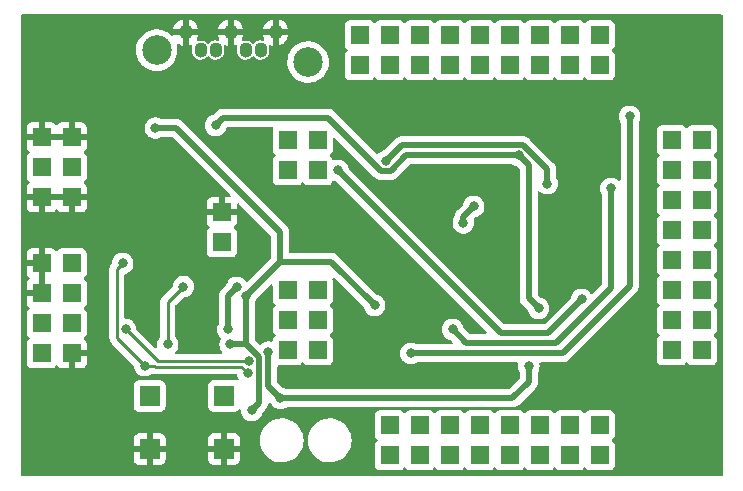
<source format=gbr>
%TF.GenerationSoftware,KiCad,Pcbnew,6.0.11+dfsg-1~bpo11+1*%
%TF.CreationDate,2023-05-28T09:08:19+00:00*%
%TF.ProjectId,PROGLOG01,50524f47-4c4f-4473-9031-2e6b69636164,B*%
%TF.SameCoordinates,Original*%
%TF.FileFunction,Copper,L1,Top*%
%TF.FilePolarity,Positive*%
%FSLAX46Y46*%
G04 Gerber Fmt 4.6, Leading zero omitted, Abs format (unit mm)*
G04 Created by KiCad (PCBNEW 6.0.11+dfsg-1~bpo11+1) date 2023-05-28 09:08:19*
%MOMM*%
%LPD*%
G01*
G04 APERTURE LIST*
%TA.AperFunction,ComponentPad*%
%ADD10R,1.524000X1.524000*%
%TD*%
%TA.AperFunction,ComponentPad*%
%ADD11C,6.000000*%
%TD*%
%TA.AperFunction,ComponentPad*%
%ADD12R,1.676400X1.676400*%
%TD*%
%TA.AperFunction,ComponentPad*%
%ADD13O,1.100000X1.300000*%
%TD*%
%TA.AperFunction,ComponentPad*%
%ADD14C,2.500000*%
%TD*%
%TA.AperFunction,ViaPad*%
%ADD15C,0.800000*%
%TD*%
%TA.AperFunction,Conductor*%
%ADD16C,0.500000*%
%TD*%
%TA.AperFunction,Conductor*%
%ADD17C,0.250000*%
%TD*%
G04 APERTURE END LIST*
D10*
%TO.P,J23,1*%
%TO.N,/IOT_50b*%
X204470000Y-103886000D03*
%TO.P,J23,2*%
X204470000Y-106426000D03*
%TD*%
%TO.P,J21,1*%
%TO.N,/IOT_48b*%
X199390000Y-103886000D03*
%TO.P,J21,2*%
X199390000Y-106426000D03*
%TD*%
%TO.P,J1,1,2*%
%TO.N,GND*%
X159766000Y-112522000D03*
%TO.P,J1,2,2*%
X162306000Y-112522000D03*
%TO.P,J1,3,4*%
%TO.N,+3V3*%
X159766000Y-115062000D03*
%TO.P,J1,4,4*%
X162306000Y-115062000D03*
%TO.P,J1,5,6*%
%TO.N,GND*%
X159766000Y-117602000D03*
%TO.P,J1,6,6*%
X162306000Y-117602000D03*
%TD*%
%TO.P,J18,1*%
%TO.N,/IOT_44b*%
X194310000Y-103886000D03*
%TO.P,J18,2*%
X194310000Y-106426000D03*
%TD*%
%TO.P,J25,1*%
%TO.N,/RGB0*%
X207010000Y-103886000D03*
%TO.P,J25,2*%
X207010000Y-106426000D03*
%TD*%
%TO.P,J24,1*%
%TO.N,/IOT_51a*%
X213106000Y-112776000D03*
%TO.P,J24,2*%
X215646000Y-112776000D03*
%TD*%
%TO.P,J16,1*%
%TO.N,/IOT_42b*%
X189230000Y-103886000D03*
%TO.P,J16,2*%
X189230000Y-106426000D03*
%TD*%
%TO.P,J6,1*%
%TO.N,/IOB_16a*%
X199390000Y-136906000D03*
%TO.P,J6,2*%
X199390000Y-139446000D03*
%TD*%
%TO.P,J20,1*%
%TO.N,/IOT_46b_G0*%
X196850000Y-103886000D03*
%TO.P,J20,2*%
X196850000Y-106426000D03*
%TD*%
D11*
%TO.P,M4,1*%
%TO.N,GND*%
X162306000Y-136906000D03*
%TD*%
D10*
%TO.P,J4,1*%
%TO.N,GND*%
X159766000Y-123190000D03*
%TO.P,J4,2*%
%TO.N,/SPI_SS*%
X162306000Y-123190000D03*
%TO.P,J4,3*%
%TO.N,GND*%
X159766000Y-125730000D03*
%TO.P,J4,4*%
%TO.N,/SPI_SI*%
X162306000Y-125730000D03*
%TO.P,J4,5*%
%TO.N,/SPI_SCK*%
X159766000Y-128270000D03*
%TO.P,J4,6*%
%TO.N,/SPI_SO*%
X162306000Y-128270000D03*
%TO.P,J4,7*%
%TO.N,/NRESET*%
X159766000Y-130810000D03*
%TO.P,J4,8*%
%TO.N,GND*%
X162306000Y-130810000D03*
%TD*%
%TO.P,J5,1*%
%TO.N,/IOB_13b*%
X201930000Y-136906000D03*
%TO.P,J5,2*%
X201930000Y-139446000D03*
%TD*%
D12*
%TO.P,SW1,1,1*%
%TO.N,/NRESET*%
X168909600Y-134402000D03*
X175209600Y-134402000D03*
%TO.P,SW1,2,2*%
%TO.N,GND*%
X168909600Y-138902000D03*
X175209600Y-138902000D03*
%TD*%
D10*
%TO.P,J31,1*%
%TO.N,/IOB_5b*%
X213106000Y-120396000D03*
%TO.P,J31,2*%
X215646000Y-120396000D03*
%TD*%
%TO.P,J29,1*%
%TO.N,/IOB_3b_G6*%
X213106000Y-117856000D03*
%TO.P,J29,2*%
X215646000Y-117856000D03*
%TD*%
%TO.P,J27,1*%
%TO.N,/IOB_0a*%
X213106000Y-122936000D03*
%TO.P,J27,2*%
X215646000Y-122936000D03*
%TD*%
%TO.P,J19,1*%
%TO.N,/IOT_45a_G1*%
X201930000Y-103886000D03*
%TO.P,J19,2*%
X201930000Y-106426000D03*
%TD*%
%TO.P,J28,1*%
%TO.N,/IOB_2a*%
X213106000Y-125476000D03*
%TO.P,J28,2*%
X215646000Y-125476000D03*
%TD*%
%TO.P,J30,1*%
%TO.N,/IOB_4a*%
X213106000Y-128016000D03*
%TO.P,J30,2*%
X215646000Y-128016000D03*
%TD*%
%TO.P,J7,1*%
%TO.N,/IOB_18a*%
X196850000Y-136906000D03*
%TO.P,J7,2*%
X196850000Y-139446000D03*
%TD*%
D11*
%TO.P,M2,1*%
%TO.N,GND*%
X213106000Y-106426000D03*
%TD*%
%TO.P,M1,1*%
%TO.N,GND*%
X213106000Y-136906000D03*
%TD*%
D10*
%TO.P,J2,1*%
%TO.N,Net-(J2-Pad1)*%
X175006000Y-121412000D03*
%TO.P,J2,2*%
%TO.N,GND*%
X175006000Y-118872000D03*
%TD*%
%TO.P,J34,1*%
%TO.N,/IOB_9b*%
X207010000Y-136906000D03*
%TO.P,J34,2*%
X207010000Y-139446000D03*
%TD*%
%TO.P,J32,1*%
%TO.N,/IOB_6a*%
X213106000Y-130556000D03*
%TO.P,J32,2*%
X215646000Y-130556000D03*
%TD*%
%TO.P,J13,1*%
%TO.N,/IOB_29b*%
X180594000Y-128016000D03*
%TO.P,J13,2*%
X183134000Y-128016000D03*
%TD*%
%TO.P,J11,1*%
%TO.N,/IOB_24a*%
X189230000Y-136906000D03*
%TO.P,J11,2*%
X189230000Y-139446000D03*
%TD*%
%TO.P,J14,1*%
%TO.N,/IOB_31b*%
X180594000Y-130556000D03*
%TO.P,J14,2*%
X183134000Y-130556000D03*
%TD*%
%TO.P,J15,1*%
%TO.N,/IOT_41a*%
X186690000Y-103886000D03*
%TO.P,J15,2*%
X186690000Y-106426000D03*
%TD*%
%TO.P,J22,1*%
%TO.N,/IOT_49a*%
X213106000Y-115316000D03*
%TO.P,J22,2*%
X215646000Y-115316000D03*
%TD*%
%TO.P,J33,1*%
%TO.N,/IOB_8a*%
X204470000Y-136906000D03*
%TO.P,J33,2*%
X204470000Y-139446000D03*
%TD*%
%TO.P,J17,1*%
%TO.N,/IOT_43a*%
X191770000Y-103886000D03*
%TO.P,J17,2*%
X191770000Y-106426000D03*
%TD*%
%TO.P,J8,1*%
%TO.N,/IOB_20a*%
X194310000Y-136906000D03*
%TO.P,J8,2*%
X194310000Y-139446000D03*
%TD*%
%TO.P,J9,1*%
%TO.N,/IOB_22b*%
X191770000Y-136906000D03*
%TO.P,J9,2*%
X191770000Y-139446000D03*
%TD*%
D13*
%TO.P,J26,1,1*%
%TO.N,GND*%
X171958000Y-103632000D03*
%TO.P,J26,2,2*%
%TO.N,/IOT_37a*%
X173228000Y-105132000D03*
%TO.P,J26,3,3*%
%TO.N,/IOT_36b*%
X174498000Y-105132000D03*
%TO.P,J26,4,4*%
%TO.N,GND*%
X175768000Y-103632000D03*
%TO.P,J26,5,5*%
%TO.N,/IOT_39a*%
X177038000Y-105132000D03*
%TO.P,J26,6,6*%
%TO.N,/IOT_38b*%
X178308000Y-105132000D03*
%TO.P,J26,7,7*%
%TO.N,GND*%
X179578000Y-103632000D03*
D14*
%TO.P,J26,8*%
%TO.N,N/C*%
X182328000Y-106132000D03*
%TO.P,J26,9*%
X169498000Y-105132000D03*
%TD*%
D11*
%TO.P,M3,1*%
%TO.N,GND*%
X162306000Y-106426000D03*
%TD*%
D10*
%TO.P,J10,1*%
%TO.N,/IOB_23b*%
X180594000Y-125476000D03*
%TO.P,J10,2*%
X183134000Y-125476000D03*
%TD*%
%TO.P,J3,1*%
%TO.N,/VCCIO_0*%
X180594000Y-112776000D03*
%TO.P,J3,2*%
X183134000Y-112776000D03*
%TO.P,J3,3*%
%TO.N,/VCCIO_2*%
X180594000Y-115316000D03*
%TO.P,J3,4*%
X183134000Y-115316000D03*
%TD*%
D15*
%TO.N,+3V3*%
X175728510Y-130060699D03*
X169392601Y-111734601D03*
X187960000Y-126746000D03*
X177546000Y-135636000D03*
X177038000Y-125984000D03*
%TO.N,GND*%
X167132000Y-109220000D03*
X166573200Y-121361200D03*
X199136000Y-122936000D03*
X199136000Y-121412000D03*
X184759600Y-106781600D03*
X182626000Y-120269000D03*
X199136000Y-119888000D03*
X192595500Y-121285000D03*
X164058600Y-127685800D03*
X178206400Y-108127800D03*
X209503219Y-129163019D03*
X159004000Y-120396000D03*
X203200000Y-119888000D03*
X203200000Y-135001000D03*
X162560000Y-120396000D03*
X190347600Y-116357400D03*
X184912000Y-121666000D03*
X167589200Y-111480600D03*
X181356000Y-118872000D03*
X203200000Y-122936000D03*
X192278000Y-111760000D03*
X203200000Y-121412000D03*
X185064400Y-126644400D03*
X160528000Y-120396000D03*
X178308000Y-126619000D03*
X173101000Y-120167400D03*
X168656000Y-109220000D03*
X170180000Y-109220000D03*
%TO.N,+1V2*%
X201841800Y-127012000D03*
X200152000Y-114046000D03*
X174498000Y-111506000D03*
%TO.N,/VCCIO_1*%
X196342000Y-118364000D03*
X195467103Y-119765797D03*
%TO.N,/VCCIO_2*%
X184861200Y-115316000D03*
X205486000Y-126238000D03*
%TO.N,/NRESET*%
X179980358Y-134620000D03*
X178964357Y-130709185D03*
X201015600Y-131902200D03*
%TO.N,/SPI_SO*%
X166865300Y-128790700D03*
X177342800Y-131495800D03*
%TO.N,/SPI_SS*%
X166624000Y-123190000D03*
X168480760Y-131853960D03*
X177234664Y-132514836D03*
%TO.N,/SPI_SI*%
X170434000Y-130048000D03*
X171765530Y-125160470D03*
%TO.N,/VCCIO_0*%
X202566801Y-116433600D03*
X188925200Y-114517000D03*
%TO.N,/RGB1*%
X194564000Y-128778000D03*
X207968010Y-116847190D03*
%TO.N,Net-(J2-Pad1)*%
X176276000Y-125222000D03*
X175526699Y-128790699D03*
%TO.N,Net-(D3-Pad1)*%
X191034036Y-130810000D03*
X209550000Y-110744000D03*
%TD*%
D16*
%TO.N,+3V3*%
X178192300Y-134989700D02*
X178192300Y-131143925D01*
X179984400Y-123037600D02*
X184251600Y-123037600D01*
X177038000Y-125984000D02*
X177038000Y-130022600D01*
X178192300Y-131143925D02*
X177109075Y-130060700D01*
X179933600Y-120497600D02*
X171170601Y-111734601D01*
X177038000Y-130022600D02*
X177088800Y-130073400D01*
X177038000Y-125984000D02*
X178816000Y-124206000D01*
X179933600Y-123088400D02*
X179933600Y-120497600D01*
X177109075Y-130060700D02*
X175728510Y-130060699D01*
X177546000Y-135636000D02*
X178192300Y-134989700D01*
X178816000Y-124206000D02*
X179933600Y-123088400D01*
X184251600Y-123037600D02*
X187960000Y-126746000D01*
X171170601Y-111734601D02*
X169392601Y-111734601D01*
X178816000Y-124206000D02*
X179984400Y-123037600D01*
%TO.N,+1V2*%
X183995798Y-110845600D02*
X175158400Y-110845600D01*
X175158400Y-110845600D02*
X174498000Y-111506000D01*
X201841800Y-127012000D02*
X200990900Y-126161100D01*
X200990900Y-126161100D02*
X200990900Y-114884900D01*
X190654202Y-114046000D02*
X189333201Y-115367001D01*
X200990900Y-114884900D02*
X200152000Y-114046000D01*
X189333201Y-115367001D02*
X188517199Y-115367001D01*
X200152000Y-114046000D02*
X190654202Y-114046000D01*
X188517199Y-115367001D02*
X183995798Y-110845600D01*
%TO.N,/VCCIO_1*%
X195467103Y-119765797D02*
X195467103Y-119238897D01*
X195467103Y-119238897D02*
X196342000Y-118364000D01*
X195467103Y-119765797D02*
X195467103Y-119619897D01*
%TO.N,/VCCIO_2*%
X205486000Y-126238000D02*
X202641200Y-129082800D01*
X198628000Y-129082800D02*
X184861200Y-115316000D01*
X202641200Y-129082800D02*
X198628000Y-129082800D01*
%TO.N,/NRESET*%
X179980358Y-134620000D02*
X199619210Y-134620000D01*
X178964358Y-133604000D02*
X178964358Y-131259699D01*
X179980358Y-134620000D02*
X178964358Y-133604000D01*
X178961999Y-131257340D02*
X178964358Y-131259699D01*
X178964358Y-131259699D02*
X178964357Y-130709185D01*
X201015600Y-133223610D02*
X201015600Y-131902200D01*
X199619210Y-134620000D02*
X201015600Y-133223610D01*
D17*
%TO.N,/SPI_SO*%
X166865300Y-128790700D02*
X166891390Y-128790700D01*
X169596490Y-131495800D02*
X177342800Y-131495800D01*
X166891390Y-128790700D02*
X169596490Y-131495800D01*
%TO.N,/SPI_SS*%
X176665129Y-131945301D02*
X169410301Y-131945301D01*
X166140800Y-123673200D02*
X166140800Y-129514000D01*
X169316400Y-131851400D02*
X168483320Y-131851400D01*
X177234664Y-132514836D02*
X176665129Y-131945301D01*
X166140800Y-129514000D02*
X168480760Y-131853960D01*
X166624000Y-123190000D02*
X166140800Y-123673200D01*
X168483320Y-131851400D02*
X168480760Y-131853960D01*
X169410301Y-131945301D02*
X169316400Y-131851400D01*
%TO.N,/SPI_SI*%
X170434000Y-126492000D02*
X171765530Y-125160470D01*
X170434000Y-130048000D02*
X170434000Y-126492000D01*
D16*
%TO.N,/VCCIO_0*%
X200560001Y-113195999D02*
X190246201Y-113195999D01*
X202566801Y-116433600D02*
X202566801Y-115202799D01*
X190246201Y-113195999D02*
X188925200Y-114517000D01*
X202566801Y-115202799D02*
X200560001Y-113195999D01*
%TO.N,/RGB1*%
X203313299Y-129909301D02*
X207968010Y-125254590D01*
X194564000Y-128778000D02*
X195695301Y-129909301D01*
X195695301Y-129909301D02*
X203313299Y-129909301D01*
X207968010Y-125254590D02*
X207968010Y-116847190D01*
%TO.N,Net-(J2-Pad1)*%
X176276000Y-125222000D02*
X175526699Y-125971301D01*
X175526699Y-125971301D02*
X175526699Y-128790699D01*
%TO.N,Net-(D3-Pad1)*%
X203885800Y-130810000D02*
X191034036Y-130810000D01*
X209550000Y-110744000D02*
X209550000Y-125145800D01*
X209550000Y-125145800D02*
X203885800Y-130810000D01*
%TD*%
%TA.AperFunction,Conductor*%
%TO.N,GND*%
G36*
X217365621Y-102128502D02*
G01*
X217412114Y-102182158D01*
X217423500Y-102234500D01*
X217423500Y-141097500D01*
X217403498Y-141165621D01*
X217349842Y-141212114D01*
X217297500Y-141223500D01*
X158114500Y-141223500D01*
X158046379Y-141203498D01*
X157999886Y-141149842D01*
X157988500Y-141097500D01*
X157988500Y-140256134D01*
X187959500Y-140256134D01*
X187966255Y-140318316D01*
X188017385Y-140454705D01*
X188104739Y-140571261D01*
X188221295Y-140658615D01*
X188357684Y-140709745D01*
X188419866Y-140716500D01*
X190040134Y-140716500D01*
X190102316Y-140709745D01*
X190238705Y-140658615D01*
X190355261Y-140571261D01*
X190399174Y-140512668D01*
X190456033Y-140470153D01*
X190526852Y-140465127D01*
X190589145Y-140499187D01*
X190600825Y-140512667D01*
X190644739Y-140571261D01*
X190761295Y-140658615D01*
X190897684Y-140709745D01*
X190959866Y-140716500D01*
X192580134Y-140716500D01*
X192642316Y-140709745D01*
X192778705Y-140658615D01*
X192895261Y-140571261D01*
X192939174Y-140512668D01*
X192996033Y-140470153D01*
X193066852Y-140465127D01*
X193129145Y-140499187D01*
X193140825Y-140512667D01*
X193184739Y-140571261D01*
X193301295Y-140658615D01*
X193437684Y-140709745D01*
X193499866Y-140716500D01*
X195120134Y-140716500D01*
X195182316Y-140709745D01*
X195318705Y-140658615D01*
X195435261Y-140571261D01*
X195479174Y-140512668D01*
X195536033Y-140470153D01*
X195606852Y-140465127D01*
X195669145Y-140499187D01*
X195680825Y-140512667D01*
X195724739Y-140571261D01*
X195841295Y-140658615D01*
X195977684Y-140709745D01*
X196039866Y-140716500D01*
X197660134Y-140716500D01*
X197722316Y-140709745D01*
X197858705Y-140658615D01*
X197975261Y-140571261D01*
X198019174Y-140512668D01*
X198076033Y-140470153D01*
X198146852Y-140465127D01*
X198209145Y-140499187D01*
X198220825Y-140512667D01*
X198264739Y-140571261D01*
X198381295Y-140658615D01*
X198517684Y-140709745D01*
X198579866Y-140716500D01*
X200200134Y-140716500D01*
X200262316Y-140709745D01*
X200398705Y-140658615D01*
X200515261Y-140571261D01*
X200559174Y-140512668D01*
X200616033Y-140470153D01*
X200686852Y-140465127D01*
X200749145Y-140499187D01*
X200760825Y-140512667D01*
X200804739Y-140571261D01*
X200921295Y-140658615D01*
X201057684Y-140709745D01*
X201119866Y-140716500D01*
X202740134Y-140716500D01*
X202802316Y-140709745D01*
X202938705Y-140658615D01*
X203055261Y-140571261D01*
X203099174Y-140512668D01*
X203156033Y-140470153D01*
X203226852Y-140465127D01*
X203289145Y-140499187D01*
X203300825Y-140512667D01*
X203344739Y-140571261D01*
X203461295Y-140658615D01*
X203597684Y-140709745D01*
X203659866Y-140716500D01*
X205280134Y-140716500D01*
X205342316Y-140709745D01*
X205478705Y-140658615D01*
X205595261Y-140571261D01*
X205639174Y-140512668D01*
X205696033Y-140470153D01*
X205766852Y-140465127D01*
X205829145Y-140499187D01*
X205840825Y-140512667D01*
X205884739Y-140571261D01*
X206001295Y-140658615D01*
X206137684Y-140709745D01*
X206199866Y-140716500D01*
X207820134Y-140716500D01*
X207882316Y-140709745D01*
X208018705Y-140658615D01*
X208135261Y-140571261D01*
X208222615Y-140454705D01*
X208273745Y-140318316D01*
X208280500Y-140256134D01*
X208280500Y-138635866D01*
X208273745Y-138573684D01*
X208222615Y-138437295D01*
X208135261Y-138320739D01*
X208076668Y-138276826D01*
X208034153Y-138219967D01*
X208029127Y-138149148D01*
X208063187Y-138086855D01*
X208076668Y-138075174D01*
X208128081Y-138036642D01*
X208135261Y-138031261D01*
X208222615Y-137914705D01*
X208273745Y-137778316D01*
X208280500Y-137716134D01*
X208280500Y-136095866D01*
X208273745Y-136033684D01*
X208222615Y-135897295D01*
X208135261Y-135780739D01*
X208018705Y-135693385D01*
X207882316Y-135642255D01*
X207820134Y-135635500D01*
X206199866Y-135635500D01*
X206137684Y-135642255D01*
X206001295Y-135693385D01*
X205884739Y-135780739D01*
X205859907Y-135813872D01*
X205840826Y-135839332D01*
X205783967Y-135881847D01*
X205713148Y-135886873D01*
X205650855Y-135852813D01*
X205639174Y-135839332D01*
X205620093Y-135813872D01*
X205595261Y-135780739D01*
X205478705Y-135693385D01*
X205342316Y-135642255D01*
X205280134Y-135635500D01*
X203659866Y-135635500D01*
X203597684Y-135642255D01*
X203461295Y-135693385D01*
X203344739Y-135780739D01*
X203319907Y-135813872D01*
X203300826Y-135839332D01*
X203243967Y-135881847D01*
X203173148Y-135886873D01*
X203110855Y-135852813D01*
X203099174Y-135839332D01*
X203080093Y-135813872D01*
X203055261Y-135780739D01*
X202938705Y-135693385D01*
X202802316Y-135642255D01*
X202740134Y-135635500D01*
X201119866Y-135635500D01*
X201057684Y-135642255D01*
X200921295Y-135693385D01*
X200804739Y-135780739D01*
X200779907Y-135813872D01*
X200760826Y-135839332D01*
X200703967Y-135881847D01*
X200633148Y-135886873D01*
X200570855Y-135852813D01*
X200559174Y-135839332D01*
X200540093Y-135813872D01*
X200515261Y-135780739D01*
X200398705Y-135693385D01*
X200262316Y-135642255D01*
X200200134Y-135635500D01*
X198579866Y-135635500D01*
X198517684Y-135642255D01*
X198381295Y-135693385D01*
X198264739Y-135780739D01*
X198239907Y-135813872D01*
X198220826Y-135839332D01*
X198163967Y-135881847D01*
X198093148Y-135886873D01*
X198030855Y-135852813D01*
X198019174Y-135839332D01*
X198000093Y-135813872D01*
X197975261Y-135780739D01*
X197858705Y-135693385D01*
X197722316Y-135642255D01*
X197660134Y-135635500D01*
X196039866Y-135635500D01*
X195977684Y-135642255D01*
X195841295Y-135693385D01*
X195724739Y-135780739D01*
X195699907Y-135813872D01*
X195680826Y-135839332D01*
X195623967Y-135881847D01*
X195553148Y-135886873D01*
X195490855Y-135852813D01*
X195479174Y-135839332D01*
X195460093Y-135813872D01*
X195435261Y-135780739D01*
X195318705Y-135693385D01*
X195182316Y-135642255D01*
X195120134Y-135635500D01*
X193499866Y-135635500D01*
X193437684Y-135642255D01*
X193301295Y-135693385D01*
X193184739Y-135780739D01*
X193159907Y-135813872D01*
X193140826Y-135839332D01*
X193083967Y-135881847D01*
X193013148Y-135886873D01*
X192950855Y-135852813D01*
X192939174Y-135839332D01*
X192920093Y-135813872D01*
X192895261Y-135780739D01*
X192778705Y-135693385D01*
X192642316Y-135642255D01*
X192580134Y-135635500D01*
X190959866Y-135635500D01*
X190897684Y-135642255D01*
X190761295Y-135693385D01*
X190644739Y-135780739D01*
X190619907Y-135813872D01*
X190600826Y-135839332D01*
X190543967Y-135881847D01*
X190473148Y-135886873D01*
X190410855Y-135852813D01*
X190399174Y-135839332D01*
X190380093Y-135813872D01*
X190355261Y-135780739D01*
X190238705Y-135693385D01*
X190102316Y-135642255D01*
X190040134Y-135635500D01*
X188419866Y-135635500D01*
X188357684Y-135642255D01*
X188221295Y-135693385D01*
X188104739Y-135780739D01*
X188017385Y-135897295D01*
X187966255Y-136033684D01*
X187959500Y-136095866D01*
X187959500Y-137716134D01*
X187966255Y-137778316D01*
X188017385Y-137914705D01*
X188104739Y-138031261D01*
X188111919Y-138036642D01*
X188163332Y-138075174D01*
X188205847Y-138132033D01*
X188210873Y-138202852D01*
X188176813Y-138265145D01*
X188163333Y-138276825D01*
X188104739Y-138320739D01*
X188017385Y-138437295D01*
X187966255Y-138573684D01*
X187959500Y-138635866D01*
X187959500Y-140256134D01*
X157988500Y-140256134D01*
X157988500Y-139784869D01*
X167563401Y-139784869D01*
X167563771Y-139791690D01*
X167569295Y-139842552D01*
X167572921Y-139857804D01*
X167618076Y-139978254D01*
X167626614Y-139993849D01*
X167703115Y-140095924D01*
X167715676Y-140108485D01*
X167817751Y-140184986D01*
X167833346Y-140193524D01*
X167953794Y-140238678D01*
X167969049Y-140242305D01*
X168019914Y-140247831D01*
X168026728Y-140248200D01*
X168637485Y-140248200D01*
X168652724Y-140243725D01*
X168653929Y-140242335D01*
X168655600Y-140234652D01*
X168655600Y-140230084D01*
X169163600Y-140230084D01*
X169168075Y-140245323D01*
X169169465Y-140246528D01*
X169177148Y-140248199D01*
X169792469Y-140248199D01*
X169799290Y-140247829D01*
X169850152Y-140242305D01*
X169865404Y-140238679D01*
X169985854Y-140193524D01*
X170001449Y-140184986D01*
X170103524Y-140108485D01*
X170116085Y-140095924D01*
X170192586Y-139993849D01*
X170201124Y-139978254D01*
X170246278Y-139857806D01*
X170249905Y-139842551D01*
X170255431Y-139791686D01*
X170255800Y-139784872D01*
X170255800Y-139784869D01*
X173863401Y-139784869D01*
X173863771Y-139791690D01*
X173869295Y-139842552D01*
X173872921Y-139857804D01*
X173918076Y-139978254D01*
X173926614Y-139993849D01*
X174003115Y-140095924D01*
X174015676Y-140108485D01*
X174117751Y-140184986D01*
X174133346Y-140193524D01*
X174253794Y-140238678D01*
X174269049Y-140242305D01*
X174319914Y-140247831D01*
X174326728Y-140248200D01*
X174937485Y-140248200D01*
X174952724Y-140243725D01*
X174953929Y-140242335D01*
X174955600Y-140234652D01*
X174955600Y-140230084D01*
X175463600Y-140230084D01*
X175468075Y-140245323D01*
X175469465Y-140246528D01*
X175477148Y-140248199D01*
X176092469Y-140248199D01*
X176099290Y-140247829D01*
X176150152Y-140242305D01*
X176165404Y-140238679D01*
X176285854Y-140193524D01*
X176301449Y-140184986D01*
X176403524Y-140108485D01*
X176416085Y-140095924D01*
X176492586Y-139993849D01*
X176501124Y-139978254D01*
X176546278Y-139857806D01*
X176549905Y-139842551D01*
X176555431Y-139791686D01*
X176555800Y-139784872D01*
X176555800Y-139174115D01*
X176551325Y-139158876D01*
X176549935Y-139157671D01*
X176542252Y-139156000D01*
X175481715Y-139156000D01*
X175466476Y-139160475D01*
X175465271Y-139161865D01*
X175463600Y-139169548D01*
X175463600Y-140230084D01*
X174955600Y-140230084D01*
X174955600Y-139174115D01*
X174951125Y-139158876D01*
X174949735Y-139157671D01*
X174942052Y-139156000D01*
X173881516Y-139156000D01*
X173866277Y-139160475D01*
X173865072Y-139161865D01*
X173863401Y-139169548D01*
X173863401Y-139784869D01*
X170255800Y-139784869D01*
X170255800Y-139174115D01*
X170251325Y-139158876D01*
X170249935Y-139157671D01*
X170242252Y-139156000D01*
X169181715Y-139156000D01*
X169166476Y-139160475D01*
X169165271Y-139161865D01*
X169163600Y-139169548D01*
X169163600Y-140230084D01*
X168655600Y-140230084D01*
X168655600Y-139174115D01*
X168651125Y-139158876D01*
X168649735Y-139157671D01*
X168642052Y-139156000D01*
X167581516Y-139156000D01*
X167566277Y-139160475D01*
X167565072Y-139161865D01*
X167563401Y-139169548D01*
X167563401Y-139784869D01*
X157988500Y-139784869D01*
X157988500Y-138629885D01*
X167563400Y-138629885D01*
X167567875Y-138645124D01*
X167569265Y-138646329D01*
X167576948Y-138648000D01*
X168637485Y-138648000D01*
X168652724Y-138643525D01*
X168653929Y-138642135D01*
X168655600Y-138634452D01*
X168655600Y-138629885D01*
X169163600Y-138629885D01*
X169168075Y-138645124D01*
X169169465Y-138646329D01*
X169177148Y-138648000D01*
X170237684Y-138648000D01*
X170252923Y-138643525D01*
X170254128Y-138642135D01*
X170255799Y-138634452D01*
X170255799Y-138629885D01*
X173863400Y-138629885D01*
X173867875Y-138645124D01*
X173869265Y-138646329D01*
X173876948Y-138648000D01*
X174937485Y-138648000D01*
X174952724Y-138643525D01*
X174953929Y-138642135D01*
X174955600Y-138634452D01*
X174955600Y-138629885D01*
X175463600Y-138629885D01*
X175468075Y-138645124D01*
X175469465Y-138646329D01*
X175477148Y-138648000D01*
X176537684Y-138648000D01*
X176552923Y-138643525D01*
X176554128Y-138642135D01*
X176555799Y-138634452D01*
X176555799Y-138218277D01*
X178223009Y-138218277D01*
X178248625Y-138486769D01*
X178249710Y-138491203D01*
X178249711Y-138491209D01*
X178311645Y-138744312D01*
X178312731Y-138748750D01*
X178413985Y-138998733D01*
X178550265Y-139231482D01*
X178553118Y-139235049D01*
X178670686Y-139382060D01*
X178718716Y-139442119D01*
X178915809Y-139626234D01*
X179137416Y-139779968D01*
X179141499Y-139781999D01*
X179141502Y-139782001D01*
X179147267Y-139784869D01*
X179378894Y-139900101D01*
X179383228Y-139901522D01*
X179383231Y-139901523D01*
X179630853Y-139982698D01*
X179630859Y-139982699D01*
X179635186Y-139984118D01*
X179639677Y-139984898D01*
X179639678Y-139984898D01*
X179897140Y-140029601D01*
X179897148Y-140029602D01*
X179900921Y-140030257D01*
X179904758Y-140030448D01*
X179984578Y-140034422D01*
X179984586Y-140034422D01*
X179986149Y-140034500D01*
X180154512Y-140034500D01*
X180156780Y-140034335D01*
X180156792Y-140034335D01*
X180287884Y-140024823D01*
X180355004Y-140019953D01*
X180359459Y-140018969D01*
X180359462Y-140018969D01*
X180613912Y-139962791D01*
X180613916Y-139962790D01*
X180618372Y-139961806D01*
X180744480Y-139914028D01*
X180866318Y-139867868D01*
X180866321Y-139867867D01*
X180870588Y-139866250D01*
X181106368Y-139735286D01*
X181320773Y-139571657D01*
X181509312Y-139378792D01*
X181668034Y-139160730D01*
X181751190Y-139002676D01*
X181791490Y-138926079D01*
X181791493Y-138926073D01*
X181793615Y-138922039D01*
X181856378Y-138744312D01*
X181881902Y-138672033D01*
X181881902Y-138672032D01*
X181883425Y-138667720D01*
X181927184Y-138445703D01*
X181934700Y-138407572D01*
X181934701Y-138407566D01*
X181935581Y-138403100D01*
X181944782Y-138218277D01*
X182287009Y-138218277D01*
X182312625Y-138486769D01*
X182313710Y-138491203D01*
X182313711Y-138491209D01*
X182375645Y-138744312D01*
X182376731Y-138748750D01*
X182477985Y-138998733D01*
X182614265Y-139231482D01*
X182617118Y-139235049D01*
X182734686Y-139382060D01*
X182782716Y-139442119D01*
X182979809Y-139626234D01*
X183201416Y-139779968D01*
X183205499Y-139781999D01*
X183205502Y-139782001D01*
X183211267Y-139784869D01*
X183442894Y-139900101D01*
X183447228Y-139901522D01*
X183447231Y-139901523D01*
X183694853Y-139982698D01*
X183694859Y-139982699D01*
X183699186Y-139984118D01*
X183703677Y-139984898D01*
X183703678Y-139984898D01*
X183961140Y-140029601D01*
X183961148Y-140029602D01*
X183964921Y-140030257D01*
X183968758Y-140030448D01*
X184048578Y-140034422D01*
X184048586Y-140034422D01*
X184050149Y-140034500D01*
X184218512Y-140034500D01*
X184220780Y-140034335D01*
X184220792Y-140034335D01*
X184351884Y-140024823D01*
X184419004Y-140019953D01*
X184423459Y-140018969D01*
X184423462Y-140018969D01*
X184677912Y-139962791D01*
X184677916Y-139962790D01*
X184682372Y-139961806D01*
X184808480Y-139914028D01*
X184930318Y-139867868D01*
X184930321Y-139867867D01*
X184934588Y-139866250D01*
X185170368Y-139735286D01*
X185384773Y-139571657D01*
X185573312Y-139378792D01*
X185732034Y-139160730D01*
X185815190Y-139002676D01*
X185855490Y-138926079D01*
X185855493Y-138926073D01*
X185857615Y-138922039D01*
X185920378Y-138744312D01*
X185945902Y-138672033D01*
X185945902Y-138672032D01*
X185947425Y-138667720D01*
X185991184Y-138445703D01*
X185998700Y-138407572D01*
X185998701Y-138407566D01*
X185999581Y-138403100D01*
X186008782Y-138218277D01*
X186012764Y-138138292D01*
X186012764Y-138138286D01*
X186012991Y-138133723D01*
X185987375Y-137865231D01*
X185977714Y-137825746D01*
X185924355Y-137607688D01*
X185923269Y-137603250D01*
X185822015Y-137353267D01*
X185685735Y-137120518D01*
X185567928Y-136973208D01*
X185520136Y-136913447D01*
X185520135Y-136913445D01*
X185517284Y-136909881D01*
X185320191Y-136725766D01*
X185098584Y-136572032D01*
X185094501Y-136570001D01*
X185094498Y-136569999D01*
X184963430Y-136504794D01*
X184857106Y-136451899D01*
X184852772Y-136450478D01*
X184852769Y-136450477D01*
X184605147Y-136369302D01*
X184605141Y-136369301D01*
X184600814Y-136367882D01*
X184596322Y-136367102D01*
X184338860Y-136322399D01*
X184338852Y-136322398D01*
X184335079Y-136321743D01*
X184323817Y-136321182D01*
X184251422Y-136317578D01*
X184251414Y-136317578D01*
X184249851Y-136317500D01*
X184081488Y-136317500D01*
X184079220Y-136317665D01*
X184079208Y-136317665D01*
X183948116Y-136327177D01*
X183880996Y-136332047D01*
X183876541Y-136333031D01*
X183876538Y-136333031D01*
X183622088Y-136389209D01*
X183622084Y-136389210D01*
X183617628Y-136390194D01*
X183520169Y-136427118D01*
X183369682Y-136484132D01*
X183369679Y-136484133D01*
X183365412Y-136485750D01*
X183129632Y-136616714D01*
X182915227Y-136780343D01*
X182726688Y-136973208D01*
X182567966Y-137191270D01*
X182565844Y-137195304D01*
X182444510Y-137425921D01*
X182444507Y-137425927D01*
X182442385Y-137429961D01*
X182440865Y-137434266D01*
X182440863Y-137434270D01*
X182378638Y-137610476D01*
X182352575Y-137684280D01*
X182335589Y-137770460D01*
X182305105Y-137925127D01*
X182300419Y-137948900D01*
X182300192Y-137953453D01*
X182300192Y-137953456D01*
X182287777Y-138202852D01*
X182287009Y-138218277D01*
X181944782Y-138218277D01*
X181948764Y-138138292D01*
X181948764Y-138138286D01*
X181948991Y-138133723D01*
X181923375Y-137865231D01*
X181913714Y-137825746D01*
X181860355Y-137607688D01*
X181859269Y-137603250D01*
X181758015Y-137353267D01*
X181621735Y-137120518D01*
X181503928Y-136973208D01*
X181456136Y-136913447D01*
X181456135Y-136913445D01*
X181453284Y-136909881D01*
X181256191Y-136725766D01*
X181034584Y-136572032D01*
X181030501Y-136570001D01*
X181030498Y-136569999D01*
X180899430Y-136504794D01*
X180793106Y-136451899D01*
X180788772Y-136450478D01*
X180788769Y-136450477D01*
X180541147Y-136369302D01*
X180541141Y-136369301D01*
X180536814Y-136367882D01*
X180532322Y-136367102D01*
X180274860Y-136322399D01*
X180274852Y-136322398D01*
X180271079Y-136321743D01*
X180259817Y-136321182D01*
X180187422Y-136317578D01*
X180187414Y-136317578D01*
X180185851Y-136317500D01*
X180017488Y-136317500D01*
X180015220Y-136317665D01*
X180015208Y-136317665D01*
X179884116Y-136327177D01*
X179816996Y-136332047D01*
X179812541Y-136333031D01*
X179812538Y-136333031D01*
X179558088Y-136389209D01*
X179558084Y-136389210D01*
X179553628Y-136390194D01*
X179456169Y-136427118D01*
X179305682Y-136484132D01*
X179305679Y-136484133D01*
X179301412Y-136485750D01*
X179065632Y-136616714D01*
X178851227Y-136780343D01*
X178662688Y-136973208D01*
X178503966Y-137191270D01*
X178501844Y-137195304D01*
X178380510Y-137425921D01*
X178380507Y-137425927D01*
X178378385Y-137429961D01*
X178376865Y-137434266D01*
X178376863Y-137434270D01*
X178314638Y-137610476D01*
X178288575Y-137684280D01*
X178271589Y-137770460D01*
X178241105Y-137925127D01*
X178236419Y-137948900D01*
X178236192Y-137953453D01*
X178236192Y-137953456D01*
X178223777Y-138202852D01*
X178223009Y-138218277D01*
X176555799Y-138218277D01*
X176555799Y-138019131D01*
X176555429Y-138012310D01*
X176549905Y-137961448D01*
X176546279Y-137946196D01*
X176501124Y-137825746D01*
X176492586Y-137810151D01*
X176416085Y-137708076D01*
X176403524Y-137695515D01*
X176301449Y-137619014D01*
X176285854Y-137610476D01*
X176165406Y-137565322D01*
X176150151Y-137561695D01*
X176099286Y-137556169D01*
X176092472Y-137555800D01*
X175481715Y-137555800D01*
X175466476Y-137560275D01*
X175465271Y-137561665D01*
X175463600Y-137569348D01*
X175463600Y-138629885D01*
X174955600Y-138629885D01*
X174955600Y-137573916D01*
X174951125Y-137558677D01*
X174949735Y-137557472D01*
X174942052Y-137555801D01*
X174326731Y-137555801D01*
X174319910Y-137556171D01*
X174269048Y-137561695D01*
X174253796Y-137565321D01*
X174133346Y-137610476D01*
X174117751Y-137619014D01*
X174015676Y-137695515D01*
X174003115Y-137708076D01*
X173926614Y-137810151D01*
X173918076Y-137825746D01*
X173872922Y-137946194D01*
X173869295Y-137961449D01*
X173863769Y-138012314D01*
X173863400Y-138019128D01*
X173863400Y-138629885D01*
X170255799Y-138629885D01*
X170255799Y-138019131D01*
X170255429Y-138012310D01*
X170249905Y-137961448D01*
X170246279Y-137946196D01*
X170201124Y-137825746D01*
X170192586Y-137810151D01*
X170116085Y-137708076D01*
X170103524Y-137695515D01*
X170001449Y-137619014D01*
X169985854Y-137610476D01*
X169865406Y-137565322D01*
X169850151Y-137561695D01*
X169799286Y-137556169D01*
X169792472Y-137555800D01*
X169181715Y-137555800D01*
X169166476Y-137560275D01*
X169165271Y-137561665D01*
X169163600Y-137569348D01*
X169163600Y-138629885D01*
X168655600Y-138629885D01*
X168655600Y-137573916D01*
X168651125Y-137558677D01*
X168649735Y-137557472D01*
X168642052Y-137555801D01*
X168026731Y-137555801D01*
X168019910Y-137556171D01*
X167969048Y-137561695D01*
X167953796Y-137565321D01*
X167833346Y-137610476D01*
X167817751Y-137619014D01*
X167715676Y-137695515D01*
X167703115Y-137708076D01*
X167626614Y-137810151D01*
X167618076Y-137825746D01*
X167572922Y-137946194D01*
X167569295Y-137961449D01*
X167563769Y-138012314D01*
X167563400Y-138019128D01*
X167563400Y-138629885D01*
X157988500Y-138629885D01*
X157988500Y-135288334D01*
X167562900Y-135288334D01*
X167569655Y-135350516D01*
X167620785Y-135486905D01*
X167708139Y-135603461D01*
X167824695Y-135690815D01*
X167961084Y-135741945D01*
X168023266Y-135748700D01*
X169795934Y-135748700D01*
X169858116Y-135741945D01*
X169994505Y-135690815D01*
X170111061Y-135603461D01*
X170198415Y-135486905D01*
X170249545Y-135350516D01*
X170256300Y-135288334D01*
X170256300Y-133515666D01*
X170249545Y-133453484D01*
X170198415Y-133317095D01*
X170111061Y-133200539D01*
X169994505Y-133113185D01*
X169858116Y-133062055D01*
X169795934Y-133055300D01*
X168023266Y-133055300D01*
X167961084Y-133062055D01*
X167824695Y-133113185D01*
X167708139Y-133200539D01*
X167620785Y-133317095D01*
X167569655Y-133453484D01*
X167562900Y-133515666D01*
X167562900Y-135288334D01*
X157988500Y-135288334D01*
X157988500Y-131620134D01*
X158495500Y-131620134D01*
X158502255Y-131682316D01*
X158553385Y-131818705D01*
X158640739Y-131935261D01*
X158757295Y-132022615D01*
X158893684Y-132073745D01*
X158955866Y-132080500D01*
X160576134Y-132080500D01*
X160638316Y-132073745D01*
X160774705Y-132022615D01*
X160891261Y-131935261D01*
X160935487Y-131876251D01*
X160992344Y-131833736D01*
X161063163Y-131828710D01*
X161125456Y-131862770D01*
X161137138Y-131876251D01*
X161175715Y-131927724D01*
X161188276Y-131940285D01*
X161290351Y-132016786D01*
X161305946Y-132025324D01*
X161426394Y-132070478D01*
X161441649Y-132074105D01*
X161492514Y-132079631D01*
X161499328Y-132080000D01*
X162033885Y-132080000D01*
X162049124Y-132075525D01*
X162050329Y-132074135D01*
X162052000Y-132066452D01*
X162052000Y-132061884D01*
X162560000Y-132061884D01*
X162564475Y-132077123D01*
X162565865Y-132078328D01*
X162573548Y-132079999D01*
X163112669Y-132079999D01*
X163119490Y-132079629D01*
X163170352Y-132074105D01*
X163185604Y-132070479D01*
X163306054Y-132025324D01*
X163321649Y-132016786D01*
X163423724Y-131940285D01*
X163436285Y-131927724D01*
X163512786Y-131825649D01*
X163521324Y-131810054D01*
X163566478Y-131689606D01*
X163570105Y-131674351D01*
X163575631Y-131623486D01*
X163576000Y-131616672D01*
X163576000Y-131082115D01*
X163571525Y-131066876D01*
X163570135Y-131065671D01*
X163562452Y-131064000D01*
X162578115Y-131064000D01*
X162562876Y-131068475D01*
X162561671Y-131069865D01*
X162560000Y-131077548D01*
X162560000Y-132061884D01*
X162052000Y-132061884D01*
X162052000Y-130682000D01*
X162072002Y-130613879D01*
X162125658Y-130567386D01*
X162178000Y-130556000D01*
X163557884Y-130556000D01*
X163573123Y-130551525D01*
X163574328Y-130550135D01*
X163575999Y-130542452D01*
X163575999Y-130003331D01*
X163575629Y-129996510D01*
X163570105Y-129945648D01*
X163566479Y-129930396D01*
X163521324Y-129809946D01*
X163512786Y-129794351D01*
X163436285Y-129692276D01*
X163423724Y-129679715D01*
X163372251Y-129641138D01*
X163329736Y-129584279D01*
X163324710Y-129513460D01*
X163358770Y-129451167D01*
X163372245Y-129439491D01*
X163431261Y-129395261D01*
X163518615Y-129278705D01*
X163569745Y-129142316D01*
X163576500Y-129080134D01*
X163576500Y-127459866D01*
X163569745Y-127397684D01*
X163518615Y-127261295D01*
X163431261Y-127144739D01*
X163372668Y-127100826D01*
X163330153Y-127043967D01*
X163325127Y-126973148D01*
X163359187Y-126910855D01*
X163372668Y-126899174D01*
X163424081Y-126860642D01*
X163431261Y-126855261D01*
X163518615Y-126738705D01*
X163569745Y-126602316D01*
X163576500Y-126540134D01*
X163576500Y-124919866D01*
X163569745Y-124857684D01*
X163518615Y-124721295D01*
X163431261Y-124604739D01*
X163372668Y-124560826D01*
X163330153Y-124503967D01*
X163325127Y-124433148D01*
X163359187Y-124370855D01*
X163372668Y-124359174D01*
X163374343Y-124357919D01*
X163431261Y-124315261D01*
X163518615Y-124198705D01*
X163569745Y-124062316D01*
X163576500Y-124000134D01*
X163576500Y-123653143D01*
X165502580Y-123653143D01*
X165503326Y-123661035D01*
X165506741Y-123697161D01*
X165507300Y-123709019D01*
X165507300Y-129435233D01*
X165506773Y-129446416D01*
X165505098Y-129453909D01*
X165505347Y-129461835D01*
X165505347Y-129461836D01*
X165507238Y-129521986D01*
X165507300Y-129525945D01*
X165507300Y-129553856D01*
X165507797Y-129557790D01*
X165507797Y-129557791D01*
X165507805Y-129557856D01*
X165508738Y-129569693D01*
X165510127Y-129613889D01*
X165514650Y-129629456D01*
X165515778Y-129633339D01*
X165519787Y-129652700D01*
X165522326Y-129672797D01*
X165525245Y-129680168D01*
X165525245Y-129680170D01*
X165538604Y-129713912D01*
X165542449Y-129725142D01*
X165551771Y-129757230D01*
X165554782Y-129767593D01*
X165558815Y-129774412D01*
X165558817Y-129774417D01*
X165565093Y-129785028D01*
X165573788Y-129802776D01*
X165581248Y-129821617D01*
X165585910Y-129828033D01*
X165585910Y-129828034D01*
X165607236Y-129857387D01*
X165613752Y-129867307D01*
X165636258Y-129905362D01*
X165650579Y-129919683D01*
X165663419Y-129934716D01*
X165675328Y-129951107D01*
X165681434Y-129956158D01*
X165709405Y-129979298D01*
X165718184Y-129987288D01*
X167533638Y-131802742D01*
X167567664Y-131865054D01*
X167569852Y-131878663D01*
X167587218Y-132043888D01*
X167646233Y-132225516D01*
X167741720Y-132390904D01*
X167869507Y-132532826D01*
X168024008Y-132645078D01*
X168030036Y-132647762D01*
X168030038Y-132647763D01*
X168172166Y-132711042D01*
X168198472Y-132722754D01*
X168291873Y-132742607D01*
X168378816Y-132761088D01*
X168378821Y-132761088D01*
X168385273Y-132762460D01*
X168576247Y-132762460D01*
X168582699Y-132761088D01*
X168582704Y-132761088D01*
X168669647Y-132742607D01*
X168763048Y-132722754D01*
X168789354Y-132711042D01*
X168931482Y-132647763D01*
X168931484Y-132647762D01*
X168937512Y-132645078D01*
X169060787Y-132555513D01*
X169127652Y-132531656D01*
X169175159Y-132539319D01*
X169175242Y-132538996D01*
X169182916Y-132540967D01*
X169182917Y-132540967D01*
X169194863Y-132544034D01*
X169213568Y-132550438D01*
X169232156Y-132558482D01*
X169239979Y-132559721D01*
X169239989Y-132559724D01*
X169275825Y-132565400D01*
X169287445Y-132567806D01*
X169322590Y-132576829D01*
X169330271Y-132578801D01*
X169350525Y-132578801D01*
X169370235Y-132580352D01*
X169390244Y-132583521D01*
X169398136Y-132582775D01*
X169434262Y-132579360D01*
X169446120Y-132578801D01*
X176214432Y-132578801D01*
X176282553Y-132598803D01*
X176329046Y-132652459D01*
X176339742Y-132691634D01*
X176341122Y-132704764D01*
X176400137Y-132886392D01*
X176418681Y-132918510D01*
X176420712Y-132922029D01*
X176437449Y-132991025D01*
X176414228Y-133058116D01*
X176358420Y-133102003D01*
X176287745Y-133108751D01*
X176267367Y-133103011D01*
X176158116Y-133062055D01*
X176095934Y-133055300D01*
X174323266Y-133055300D01*
X174261084Y-133062055D01*
X174124695Y-133113185D01*
X174008139Y-133200539D01*
X173920785Y-133317095D01*
X173869655Y-133453484D01*
X173862900Y-133515666D01*
X173862900Y-135288334D01*
X173869655Y-135350516D01*
X173920785Y-135486905D01*
X174008139Y-135603461D01*
X174124695Y-135690815D01*
X174261084Y-135741945D01*
X174323266Y-135748700D01*
X176095934Y-135748700D01*
X176158116Y-135741945D01*
X176294505Y-135690815D01*
X176411061Y-135603461D01*
X176416442Y-135596281D01*
X176421378Y-135591345D01*
X176483690Y-135557319D01*
X176554505Y-135562384D01*
X176611341Y-135604931D01*
X176635782Y-135667269D01*
X176643340Y-135739171D01*
X176647709Y-135780739D01*
X176652458Y-135825928D01*
X176711473Y-136007556D01*
X176806960Y-136172944D01*
X176934747Y-136314866D01*
X177089248Y-136427118D01*
X177095276Y-136429802D01*
X177095278Y-136429803D01*
X177257681Y-136502109D01*
X177263712Y-136504794D01*
X177357112Y-136524647D01*
X177444056Y-136543128D01*
X177444061Y-136543128D01*
X177450513Y-136544500D01*
X177641487Y-136544500D01*
X177647939Y-136543128D01*
X177647944Y-136543128D01*
X177734888Y-136524647D01*
X177828288Y-136504794D01*
X177834319Y-136502109D01*
X177996722Y-136429803D01*
X177996724Y-136429802D01*
X178002752Y-136427118D01*
X178157253Y-136314866D01*
X178285040Y-136172944D01*
X178380527Y-136007556D01*
X178435387Y-135838714D01*
X178466125Y-135788556D01*
X178681211Y-135573470D01*
X178695623Y-135561084D01*
X178707218Y-135552551D01*
X178707223Y-135552546D01*
X178713118Y-135548208D01*
X178717857Y-135542630D01*
X178717860Y-135542627D01*
X178747335Y-135507932D01*
X178754265Y-135500416D01*
X178759960Y-135494721D01*
X178777581Y-135472449D01*
X178780372Y-135469045D01*
X178822891Y-135418997D01*
X178822892Y-135418995D01*
X178827633Y-135413415D01*
X178830961Y-135406899D01*
X178834328Y-135401850D01*
X178837495Y-135396721D01*
X178842034Y-135390984D01*
X178872955Y-135324825D01*
X178874861Y-135320925D01*
X178886125Y-135298866D01*
X178908069Y-135255892D01*
X178909808Y-135248784D01*
X178911907Y-135243141D01*
X178913824Y-135237378D01*
X178916922Y-135230750D01*
X178931787Y-135159283D01*
X178932757Y-135155000D01*
X178949678Y-135085846D01*
X178985297Y-135024431D01*
X179048465Y-134992023D01*
X179119127Y-134998911D01*
X179174847Y-135042908D01*
X179181186Y-135052793D01*
X179241318Y-135156944D01*
X179245736Y-135161851D01*
X179245737Y-135161852D01*
X179336280Y-135262410D01*
X179369105Y-135298866D01*
X179402138Y-135322866D01*
X179518262Y-135407235D01*
X179523606Y-135411118D01*
X179529634Y-135413802D01*
X179529636Y-135413803D01*
X179657470Y-135470718D01*
X179698070Y-135488794D01*
X179788107Y-135507932D01*
X179878414Y-135527128D01*
X179878419Y-135527128D01*
X179884871Y-135528500D01*
X180075845Y-135528500D01*
X180082297Y-135527128D01*
X180082302Y-135527128D01*
X180172609Y-135507932D01*
X180262646Y-135488794D01*
X180303246Y-135470718D01*
X180431080Y-135413803D01*
X180431082Y-135413802D01*
X180437110Y-135411118D01*
X180442449Y-135407239D01*
X180442456Y-135407235D01*
X180448886Y-135402563D01*
X180522945Y-135378500D01*
X199552140Y-135378500D01*
X199571090Y-135379933D01*
X199585325Y-135382099D01*
X199585329Y-135382099D01*
X199592559Y-135383199D01*
X199599851Y-135382606D01*
X199599854Y-135382606D01*
X199645228Y-135378915D01*
X199655443Y-135378500D01*
X199663503Y-135378500D01*
X199676793Y-135376951D01*
X199691717Y-135375211D01*
X199696092Y-135374778D01*
X199761549Y-135369454D01*
X199761552Y-135369453D01*
X199768847Y-135368860D01*
X199775811Y-135366604D01*
X199781770Y-135365413D01*
X199787625Y-135364029D01*
X199794891Y-135363182D01*
X199863537Y-135338265D01*
X199867665Y-135336848D01*
X199930146Y-135316607D01*
X199930148Y-135316606D01*
X199937109Y-135314351D01*
X199943364Y-135310555D01*
X199948838Y-135308049D01*
X199954268Y-135305330D01*
X199961147Y-135302833D01*
X199978080Y-135291731D01*
X200022186Y-135262814D01*
X200025890Y-135260477D01*
X200088317Y-135222595D01*
X200096694Y-135215197D01*
X200096718Y-135215224D01*
X200099710Y-135212571D01*
X200102943Y-135209868D01*
X200109062Y-135205856D01*
X200162338Y-135149617D01*
X200164716Y-135147175D01*
X201504511Y-133807380D01*
X201518923Y-133794994D01*
X201530518Y-133786461D01*
X201530523Y-133786456D01*
X201536418Y-133782118D01*
X201541157Y-133776540D01*
X201541160Y-133776537D01*
X201570635Y-133741842D01*
X201577565Y-133734326D01*
X201583261Y-133728630D01*
X201585524Y-133725769D01*
X201585529Y-133725764D01*
X201600893Y-133706344D01*
X201603682Y-133702943D01*
X201605343Y-133700988D01*
X201650933Y-133647325D01*
X201654259Y-133640812D01*
X201657620Y-133635773D01*
X201660796Y-133630631D01*
X201665334Y-133624894D01*
X201696255Y-133558735D01*
X201698161Y-133554835D01*
X201718162Y-133515666D01*
X201731369Y-133489802D01*
X201733108Y-133482693D01*
X201735204Y-133477059D01*
X201737123Y-133471289D01*
X201740222Y-133464660D01*
X201755091Y-133393175D01*
X201756061Y-133388892D01*
X201772073Y-133323454D01*
X201773408Y-133318000D01*
X201774100Y-133306846D01*
X201774135Y-133306848D01*
X201774375Y-133302876D01*
X201774752Y-133298655D01*
X201776241Y-133291495D01*
X201774146Y-133214068D01*
X201774100Y-133210660D01*
X201774100Y-132439199D01*
X201790981Y-132376199D01*
X201846823Y-132279479D01*
X201846824Y-132279478D01*
X201850127Y-132273756D01*
X201909142Y-132092128D01*
X201910456Y-132079631D01*
X201928414Y-131908765D01*
X201929104Y-131902200D01*
X201909142Y-131712272D01*
X201910883Y-131712089D01*
X201915631Y-131649902D01*
X201958450Y-131593271D01*
X202025088Y-131568779D01*
X202033474Y-131568500D01*
X203818730Y-131568500D01*
X203837680Y-131569933D01*
X203851915Y-131572099D01*
X203851919Y-131572099D01*
X203859149Y-131573199D01*
X203866441Y-131572606D01*
X203866444Y-131572606D01*
X203911818Y-131568915D01*
X203922033Y-131568500D01*
X203930093Y-131568500D01*
X203943383Y-131566951D01*
X203958307Y-131565211D01*
X203962682Y-131564778D01*
X204028139Y-131559454D01*
X204028142Y-131559453D01*
X204035437Y-131558860D01*
X204042401Y-131556604D01*
X204048360Y-131555413D01*
X204054215Y-131554029D01*
X204061481Y-131553182D01*
X204130127Y-131528265D01*
X204134255Y-131526848D01*
X204196736Y-131506607D01*
X204196738Y-131506606D01*
X204203699Y-131504351D01*
X204209954Y-131500555D01*
X204215428Y-131498049D01*
X204220858Y-131495330D01*
X204227737Y-131492833D01*
X204288776Y-131452814D01*
X204292480Y-131450477D01*
X204354907Y-131412595D01*
X204363284Y-131405197D01*
X204363308Y-131405224D01*
X204366300Y-131402571D01*
X204369533Y-131399868D01*
X204375652Y-131395856D01*
X204403808Y-131366134D01*
X211835500Y-131366134D01*
X211842255Y-131428316D01*
X211893385Y-131564705D01*
X211980739Y-131681261D01*
X212097295Y-131768615D01*
X212233684Y-131819745D01*
X212295866Y-131826500D01*
X213916134Y-131826500D01*
X213978316Y-131819745D01*
X214114705Y-131768615D01*
X214231261Y-131681261D01*
X214275174Y-131622668D01*
X214332033Y-131580153D01*
X214402852Y-131575127D01*
X214465145Y-131609187D01*
X214476825Y-131622667D01*
X214520739Y-131681261D01*
X214637295Y-131768615D01*
X214773684Y-131819745D01*
X214835866Y-131826500D01*
X216456134Y-131826500D01*
X216518316Y-131819745D01*
X216654705Y-131768615D01*
X216771261Y-131681261D01*
X216858615Y-131564705D01*
X216909745Y-131428316D01*
X216916500Y-131366134D01*
X216916500Y-129745866D01*
X216909745Y-129683684D01*
X216858615Y-129547295D01*
X216771261Y-129430739D01*
X216712668Y-129386826D01*
X216670153Y-129329967D01*
X216665127Y-129259148D01*
X216699187Y-129196855D01*
X216712668Y-129185174D01*
X216764081Y-129146642D01*
X216771261Y-129141261D01*
X216858615Y-129024705D01*
X216909745Y-128888316D01*
X216916500Y-128826134D01*
X216916500Y-127205866D01*
X216909745Y-127143684D01*
X216858615Y-127007295D01*
X216771261Y-126890739D01*
X216712668Y-126846826D01*
X216670153Y-126789967D01*
X216665127Y-126719148D01*
X216699187Y-126656855D01*
X216712668Y-126645174D01*
X216764081Y-126606642D01*
X216771261Y-126601261D01*
X216858615Y-126484705D01*
X216909745Y-126348316D01*
X216916500Y-126286134D01*
X216916500Y-124665866D01*
X216909745Y-124603684D01*
X216858615Y-124467295D01*
X216771261Y-124350739D01*
X216712668Y-124306826D01*
X216670153Y-124249967D01*
X216665127Y-124179148D01*
X216699187Y-124116855D01*
X216712668Y-124105174D01*
X216764081Y-124066642D01*
X216771261Y-124061261D01*
X216858615Y-123944705D01*
X216909745Y-123808316D01*
X216916500Y-123746134D01*
X216916500Y-122125866D01*
X216909745Y-122063684D01*
X216858615Y-121927295D01*
X216771261Y-121810739D01*
X216712668Y-121766826D01*
X216670153Y-121709967D01*
X216665127Y-121639148D01*
X216699187Y-121576855D01*
X216712668Y-121565174D01*
X216764081Y-121526642D01*
X216771261Y-121521261D01*
X216858615Y-121404705D01*
X216909745Y-121268316D01*
X216916500Y-121206134D01*
X216916500Y-119585866D01*
X216909745Y-119523684D01*
X216858615Y-119387295D01*
X216771261Y-119270739D01*
X216712668Y-119226826D01*
X216670153Y-119169967D01*
X216665127Y-119099148D01*
X216699187Y-119036855D01*
X216712668Y-119025174D01*
X216764081Y-118986642D01*
X216771261Y-118981261D01*
X216858615Y-118864705D01*
X216909745Y-118728316D01*
X216916500Y-118666134D01*
X216916500Y-117045866D01*
X216909745Y-116983684D01*
X216858615Y-116847295D01*
X216771261Y-116730739D01*
X216712668Y-116686826D01*
X216670153Y-116629967D01*
X216665127Y-116559148D01*
X216699187Y-116496855D01*
X216712668Y-116485174D01*
X216764081Y-116446642D01*
X216771261Y-116441261D01*
X216858615Y-116324705D01*
X216909745Y-116188316D01*
X216916500Y-116126134D01*
X216916500Y-114505866D01*
X216909745Y-114443684D01*
X216858615Y-114307295D01*
X216771261Y-114190739D01*
X216712668Y-114146826D01*
X216670153Y-114089967D01*
X216665127Y-114019148D01*
X216699187Y-113956855D01*
X216712668Y-113945174D01*
X216764081Y-113906642D01*
X216771261Y-113901261D01*
X216858615Y-113784705D01*
X216909745Y-113648316D01*
X216916500Y-113586134D01*
X216916500Y-111965866D01*
X216909745Y-111903684D01*
X216858615Y-111767295D01*
X216771261Y-111650739D01*
X216654705Y-111563385D01*
X216518316Y-111512255D01*
X216456134Y-111505500D01*
X214835866Y-111505500D01*
X214773684Y-111512255D01*
X214637295Y-111563385D01*
X214520739Y-111650739D01*
X214500489Y-111677758D01*
X214476826Y-111709332D01*
X214419967Y-111751847D01*
X214349148Y-111756873D01*
X214286855Y-111722813D01*
X214275174Y-111709332D01*
X214251511Y-111677758D01*
X214231261Y-111650739D01*
X214114705Y-111563385D01*
X213978316Y-111512255D01*
X213916134Y-111505500D01*
X212295866Y-111505500D01*
X212233684Y-111512255D01*
X212097295Y-111563385D01*
X211980739Y-111650739D01*
X211893385Y-111767295D01*
X211842255Y-111903684D01*
X211835500Y-111965866D01*
X211835500Y-113586134D01*
X211842255Y-113648316D01*
X211893385Y-113784705D01*
X211980739Y-113901261D01*
X211987919Y-113906642D01*
X212039332Y-113945174D01*
X212081847Y-114002033D01*
X212086873Y-114072852D01*
X212052813Y-114135145D01*
X212039333Y-114146825D01*
X211980739Y-114190739D01*
X211893385Y-114307295D01*
X211842255Y-114443684D01*
X211835500Y-114505866D01*
X211835500Y-116126134D01*
X211842255Y-116188316D01*
X211893385Y-116324705D01*
X211980739Y-116441261D01*
X211987919Y-116446642D01*
X212039332Y-116485174D01*
X212081847Y-116542033D01*
X212086873Y-116612852D01*
X212052813Y-116675145D01*
X212039333Y-116686825D01*
X211980739Y-116730739D01*
X211893385Y-116847295D01*
X211842255Y-116983684D01*
X211835500Y-117045866D01*
X211835500Y-118666134D01*
X211842255Y-118728316D01*
X211893385Y-118864705D01*
X211980739Y-118981261D01*
X211987919Y-118986642D01*
X212039332Y-119025174D01*
X212081847Y-119082033D01*
X212086873Y-119152852D01*
X212052813Y-119215145D01*
X212039333Y-119226825D01*
X211980739Y-119270739D01*
X211893385Y-119387295D01*
X211842255Y-119523684D01*
X211835500Y-119585866D01*
X211835500Y-121206134D01*
X211842255Y-121268316D01*
X211893385Y-121404705D01*
X211980739Y-121521261D01*
X211987919Y-121526642D01*
X212039332Y-121565174D01*
X212081847Y-121622033D01*
X212086873Y-121692852D01*
X212052813Y-121755145D01*
X212039333Y-121766825D01*
X211980739Y-121810739D01*
X211893385Y-121927295D01*
X211842255Y-122063684D01*
X211835500Y-122125866D01*
X211835500Y-123746134D01*
X211842255Y-123808316D01*
X211893385Y-123944705D01*
X211980739Y-124061261D01*
X211987919Y-124066642D01*
X212039332Y-124105174D01*
X212081847Y-124162033D01*
X212086873Y-124232852D01*
X212052813Y-124295145D01*
X212039333Y-124306825D01*
X211980739Y-124350739D01*
X211893385Y-124467295D01*
X211842255Y-124603684D01*
X211835500Y-124665866D01*
X211835500Y-126286134D01*
X211842255Y-126348316D01*
X211893385Y-126484705D01*
X211980739Y-126601261D01*
X211987919Y-126606642D01*
X212039332Y-126645174D01*
X212081847Y-126702033D01*
X212086873Y-126772852D01*
X212052813Y-126835145D01*
X212039333Y-126846825D01*
X211980739Y-126890739D01*
X211893385Y-127007295D01*
X211842255Y-127143684D01*
X211835500Y-127205866D01*
X211835500Y-128826134D01*
X211842255Y-128888316D01*
X211893385Y-129024705D01*
X211980739Y-129141261D01*
X211987919Y-129146642D01*
X212039332Y-129185174D01*
X212081847Y-129242033D01*
X212086873Y-129312852D01*
X212052813Y-129375145D01*
X212039333Y-129386825D01*
X211980739Y-129430739D01*
X211893385Y-129547295D01*
X211842255Y-129683684D01*
X211835500Y-129745866D01*
X211835500Y-131366134D01*
X204403808Y-131366134D01*
X204428928Y-131339617D01*
X204431306Y-131337175D01*
X210038911Y-125729570D01*
X210053323Y-125717184D01*
X210064918Y-125708651D01*
X210064923Y-125708646D01*
X210070818Y-125704308D01*
X210075557Y-125698730D01*
X210075560Y-125698727D01*
X210105035Y-125664032D01*
X210111965Y-125656516D01*
X210117660Y-125650821D01*
X210135281Y-125628549D01*
X210138072Y-125625145D01*
X210180591Y-125575097D01*
X210180592Y-125575095D01*
X210185333Y-125569515D01*
X210188661Y-125562999D01*
X210192020Y-125557962D01*
X210195194Y-125552823D01*
X210199734Y-125547084D01*
X210230636Y-125480963D01*
X210232569Y-125477009D01*
X210236576Y-125469162D01*
X210265769Y-125411992D01*
X210267510Y-125404876D01*
X210269604Y-125399246D01*
X210271523Y-125393479D01*
X210274621Y-125386850D01*
X210278577Y-125367834D01*
X210289482Y-125315404D01*
X210290453Y-125311115D01*
X210306473Y-125245644D01*
X210307808Y-125240190D01*
X210308500Y-125229036D01*
X210308536Y-125229038D01*
X210308775Y-125225048D01*
X210309150Y-125220850D01*
X210310640Y-125213685D01*
X210308546Y-125136279D01*
X210308500Y-125132872D01*
X210308500Y-111280999D01*
X210325381Y-111217999D01*
X210381223Y-111121279D01*
X210381224Y-111121278D01*
X210384527Y-111115556D01*
X210443542Y-110933928D01*
X210455175Y-110823251D01*
X210462814Y-110750565D01*
X210463504Y-110744000D01*
X210452280Y-110637206D01*
X210444232Y-110560635D01*
X210444232Y-110560633D01*
X210443542Y-110554072D01*
X210384527Y-110372444D01*
X210354272Y-110320040D01*
X210309795Y-110243005D01*
X210289040Y-110207056D01*
X210278965Y-110195866D01*
X210165675Y-110070045D01*
X210165674Y-110070044D01*
X210161253Y-110065134D01*
X210006752Y-109952882D01*
X210000724Y-109950198D01*
X210000722Y-109950197D01*
X209838319Y-109877891D01*
X209838318Y-109877891D01*
X209832288Y-109875206D01*
X209738887Y-109855353D01*
X209651944Y-109836872D01*
X209651939Y-109836872D01*
X209645487Y-109835500D01*
X209454513Y-109835500D01*
X209448061Y-109836872D01*
X209448056Y-109836872D01*
X209361113Y-109855353D01*
X209267712Y-109875206D01*
X209261682Y-109877891D01*
X209261681Y-109877891D01*
X209099278Y-109950197D01*
X209099276Y-109950198D01*
X209093248Y-109952882D01*
X208938747Y-110065134D01*
X208934326Y-110070044D01*
X208934325Y-110070045D01*
X208821036Y-110195866D01*
X208810960Y-110207056D01*
X208790205Y-110243005D01*
X208745729Y-110320040D01*
X208715473Y-110372444D01*
X208656458Y-110554072D01*
X208655768Y-110560633D01*
X208655768Y-110560635D01*
X208647720Y-110637206D01*
X208636496Y-110744000D01*
X208637186Y-110750565D01*
X208644826Y-110823251D01*
X208656458Y-110933928D01*
X208715473Y-111115556D01*
X208718776Y-111121278D01*
X208718777Y-111121279D01*
X208774619Y-111217999D01*
X208791500Y-111280999D01*
X208791500Y-116077352D01*
X208771498Y-116145473D01*
X208717842Y-116191966D01*
X208647568Y-116202070D01*
X208582005Y-116171369D01*
X208579263Y-116168324D01*
X208462994Y-116083849D01*
X208430104Y-116059953D01*
X208430103Y-116059952D01*
X208424762Y-116056072D01*
X208418734Y-116053388D01*
X208418732Y-116053387D01*
X208256329Y-115981081D01*
X208256328Y-115981081D01*
X208250298Y-115978396D01*
X208133911Y-115953657D01*
X208069954Y-115940062D01*
X208069949Y-115940062D01*
X208063497Y-115938690D01*
X207872523Y-115938690D01*
X207866071Y-115940062D01*
X207866066Y-115940062D01*
X207802109Y-115953657D01*
X207685722Y-115978396D01*
X207679692Y-115981081D01*
X207679691Y-115981081D01*
X207517288Y-116053387D01*
X207517286Y-116053388D01*
X207511258Y-116056072D01*
X207505917Y-116059952D01*
X207505916Y-116059953D01*
X207473026Y-116083849D01*
X207356757Y-116168324D01*
X207352336Y-116173234D01*
X207352335Y-116173235D01*
X207248691Y-116288344D01*
X207228970Y-116310246D01*
X207220622Y-116324705D01*
X207150222Y-116446642D01*
X207133483Y-116475634D01*
X207074468Y-116657262D01*
X207073778Y-116663823D01*
X207073778Y-116663825D01*
X207059584Y-116798871D01*
X207054506Y-116847190D01*
X207055196Y-116853755D01*
X207069678Y-116991540D01*
X207074468Y-117037118D01*
X207133483Y-117218746D01*
X207181778Y-117302394D01*
X207192629Y-117321189D01*
X207209510Y-117384189D01*
X207209510Y-124888219D01*
X207189508Y-124956340D01*
X207172605Y-124977314D01*
X206423049Y-125726870D01*
X206360737Y-125760896D01*
X206289922Y-125755831D01*
X206232017Y-125711834D01*
X206228341Y-125706774D01*
X206225040Y-125701056D01*
X206191704Y-125664032D01*
X206101675Y-125564045D01*
X206101674Y-125564044D01*
X206097253Y-125559134D01*
X205982829Y-125476000D01*
X205948094Y-125450763D01*
X205948093Y-125450762D01*
X205942752Y-125446882D01*
X205936724Y-125444198D01*
X205936722Y-125444197D01*
X205774319Y-125371891D01*
X205774318Y-125371891D01*
X205768288Y-125369206D01*
X205674887Y-125349353D01*
X205587944Y-125330872D01*
X205587939Y-125330872D01*
X205581487Y-125329500D01*
X205390513Y-125329500D01*
X205384061Y-125330872D01*
X205384056Y-125330872D01*
X205297113Y-125349353D01*
X205203712Y-125369206D01*
X205197682Y-125371891D01*
X205197681Y-125371891D01*
X205035278Y-125444197D01*
X205035276Y-125444198D01*
X205029248Y-125446882D01*
X205023907Y-125450762D01*
X205023906Y-125450763D01*
X204989171Y-125476000D01*
X204874747Y-125559134D01*
X204870326Y-125564044D01*
X204870325Y-125564045D01*
X204780297Y-125664032D01*
X204746960Y-125701056D01*
X204730104Y-125730251D01*
X204677415Y-125821512D01*
X204651473Y-125866444D01*
X204598124Y-126030636D01*
X204596613Y-126035285D01*
X204565875Y-126085444D01*
X202363924Y-128287395D01*
X202301612Y-128321421D01*
X202274829Y-128324300D01*
X198994371Y-128324300D01*
X198926250Y-128304298D01*
X198905276Y-128287395D01*
X190383678Y-119765797D01*
X194553599Y-119765797D01*
X194573561Y-119955725D01*
X194632576Y-120137353D01*
X194728063Y-120302741D01*
X194855850Y-120444663D01*
X194892901Y-120471582D01*
X194986635Y-120539684D01*
X195010351Y-120556915D01*
X195016379Y-120559599D01*
X195016381Y-120559600D01*
X195178784Y-120631906D01*
X195184815Y-120634591D01*
X195278215Y-120654444D01*
X195365159Y-120672925D01*
X195365164Y-120672925D01*
X195371616Y-120674297D01*
X195562590Y-120674297D01*
X195569042Y-120672925D01*
X195569047Y-120672925D01*
X195655991Y-120654444D01*
X195749391Y-120634591D01*
X195755422Y-120631906D01*
X195917825Y-120559600D01*
X195917827Y-120559599D01*
X195923855Y-120556915D01*
X195947572Y-120539684D01*
X196041305Y-120471582D01*
X196078356Y-120444663D01*
X196206143Y-120302741D01*
X196301630Y-120137353D01*
X196360645Y-119955725D01*
X196380607Y-119765797D01*
X196379917Y-119759232D01*
X196361336Y-119582439D01*
X196361335Y-119582432D01*
X196360645Y-119575869D01*
X196345798Y-119530175D01*
X196343770Y-119459210D01*
X196376536Y-119402145D01*
X196498331Y-119280350D01*
X196561228Y-119246199D01*
X196617824Y-119234169D01*
X196617833Y-119234166D01*
X196624288Y-119232794D01*
X196630319Y-119230109D01*
X196792722Y-119157803D01*
X196792724Y-119157802D01*
X196798752Y-119155118D01*
X196836530Y-119127671D01*
X196916857Y-119069309D01*
X196953253Y-119042866D01*
X197081040Y-118900944D01*
X197176527Y-118735556D01*
X197235542Y-118553928D01*
X197243144Y-118481604D01*
X197254814Y-118370565D01*
X197255504Y-118364000D01*
X197235542Y-118174072D01*
X197176527Y-117992444D01*
X197081040Y-117827056D01*
X196953253Y-117685134D01*
X196838388Y-117601679D01*
X196804094Y-117576763D01*
X196804093Y-117576762D01*
X196798752Y-117572882D01*
X196792724Y-117570198D01*
X196792722Y-117570197D01*
X196630319Y-117497891D01*
X196630318Y-117497891D01*
X196624288Y-117495206D01*
X196530887Y-117475353D01*
X196443944Y-117456872D01*
X196443939Y-117456872D01*
X196437487Y-117455500D01*
X196246513Y-117455500D01*
X196240061Y-117456872D01*
X196240056Y-117456872D01*
X196153113Y-117475353D01*
X196059712Y-117495206D01*
X196053682Y-117497891D01*
X196053681Y-117497891D01*
X195891278Y-117570197D01*
X195891276Y-117570198D01*
X195885248Y-117572882D01*
X195879907Y-117576762D01*
X195879906Y-117576763D01*
X195845612Y-117601679D01*
X195730747Y-117685134D01*
X195602960Y-117827056D01*
X195507473Y-117992444D01*
X195465493Y-118121646D01*
X195452613Y-118161285D01*
X195421875Y-118211444D01*
X194978192Y-118655127D01*
X194963780Y-118667513D01*
X194952185Y-118676046D01*
X194952180Y-118676051D01*
X194946285Y-118680389D01*
X194941546Y-118685967D01*
X194941543Y-118685970D01*
X194912068Y-118720665D01*
X194905138Y-118728181D01*
X194899443Y-118733876D01*
X194897163Y-118736758D01*
X194881822Y-118756148D01*
X194879031Y-118759552D01*
X194837204Y-118808786D01*
X194831770Y-118815182D01*
X194828442Y-118821698D01*
X194825075Y-118826747D01*
X194821908Y-118831876D01*
X194817369Y-118837613D01*
X194786448Y-118903772D01*
X194784545Y-118907666D01*
X194751334Y-118972705D01*
X194749595Y-118979813D01*
X194747496Y-118985456D01*
X194745579Y-118991219D01*
X194742481Y-118997847D01*
X194740991Y-119005009D01*
X194740991Y-119005010D01*
X194727617Y-119069309D01*
X194726647Y-119073593D01*
X194709295Y-119144507D01*
X194708603Y-119155661D01*
X194708567Y-119155659D01*
X194708328Y-119159652D01*
X194707954Y-119163844D01*
X194706463Y-119171012D01*
X194706661Y-119178328D01*
X194707962Y-119226421D01*
X194691127Y-119292828D01*
X194632576Y-119394241D01*
X194573561Y-119575869D01*
X194572871Y-119582430D01*
X194572871Y-119582432D01*
X194556694Y-119736351D01*
X194553599Y-119765797D01*
X190383678Y-119765797D01*
X185781325Y-115163444D01*
X185750587Y-115113285D01*
X185722590Y-115027118D01*
X185695727Y-114944444D01*
X185679403Y-114916169D01*
X185611170Y-114797987D01*
X185600240Y-114779056D01*
X185563714Y-114738489D01*
X185476875Y-114642045D01*
X185476874Y-114642044D01*
X185472453Y-114637134D01*
X185317952Y-114524882D01*
X185311924Y-114522198D01*
X185311922Y-114522197D01*
X185149519Y-114449891D01*
X185149518Y-114449891D01*
X185143488Y-114447206D01*
X185050087Y-114427353D01*
X184963144Y-114408872D01*
X184963139Y-114408872D01*
X184956687Y-114407500D01*
X184765713Y-114407500D01*
X184759261Y-114408872D01*
X184759256Y-114408872D01*
X184672313Y-114427353D01*
X184578912Y-114447206D01*
X184572882Y-114449891D01*
X184572881Y-114449891D01*
X184547045Y-114461394D01*
X184476678Y-114470828D01*
X184412381Y-114440721D01*
X184377814Y-114390517D01*
X184349767Y-114315703D01*
X184346615Y-114307295D01*
X184259261Y-114190739D01*
X184200668Y-114146826D01*
X184158153Y-114089967D01*
X184153127Y-114019148D01*
X184187187Y-113956855D01*
X184200668Y-113945174D01*
X184252081Y-113906642D01*
X184259261Y-113901261D01*
X184346615Y-113784705D01*
X184397745Y-113648316D01*
X184404500Y-113586134D01*
X184404500Y-112631173D01*
X184424502Y-112563052D01*
X184478158Y-112516559D01*
X184548432Y-112506455D01*
X184613012Y-112535949D01*
X184619595Y-112542078D01*
X187933429Y-115855912D01*
X187945815Y-115870324D01*
X187954348Y-115881919D01*
X187954353Y-115881924D01*
X187958691Y-115887819D01*
X187964269Y-115892558D01*
X187964272Y-115892561D01*
X187998967Y-115922036D01*
X188006483Y-115928966D01*
X188012179Y-115934662D01*
X188015040Y-115936925D01*
X188015045Y-115936930D01*
X188034455Y-115952286D01*
X188037857Y-115955075D01*
X188058375Y-115972506D01*
X188093484Y-116002334D01*
X188100001Y-116005662D01*
X188105049Y-116009028D01*
X188110171Y-116012191D01*
X188115915Y-116016736D01*
X188182094Y-116047665D01*
X188185978Y-116049564D01*
X188251007Y-116082770D01*
X188258122Y-116084511D01*
X188263777Y-116086614D01*
X188269516Y-116088523D01*
X188276149Y-116091623D01*
X188347634Y-116106492D01*
X188351900Y-116107458D01*
X188422809Y-116124809D01*
X188428411Y-116125157D01*
X188428414Y-116125157D01*
X188433963Y-116125501D01*
X188433961Y-116125536D01*
X188437933Y-116125776D01*
X188442154Y-116126153D01*
X188449314Y-116127642D01*
X188526741Y-116125547D01*
X188530149Y-116125501D01*
X189266131Y-116125501D01*
X189285081Y-116126934D01*
X189299316Y-116129100D01*
X189299320Y-116129100D01*
X189306550Y-116130200D01*
X189313842Y-116129607D01*
X189313845Y-116129607D01*
X189359219Y-116125916D01*
X189369434Y-116125501D01*
X189377494Y-116125501D01*
X189394881Y-116123474D01*
X189405708Y-116122212D01*
X189410083Y-116121779D01*
X189475540Y-116116455D01*
X189475543Y-116116454D01*
X189482838Y-116115861D01*
X189489802Y-116113605D01*
X189495761Y-116112414D01*
X189501616Y-116111030D01*
X189508882Y-116110183D01*
X189577528Y-116085266D01*
X189581656Y-116083849D01*
X189644137Y-116063608D01*
X189644139Y-116063607D01*
X189651100Y-116061352D01*
X189657355Y-116057556D01*
X189662829Y-116055050D01*
X189668259Y-116052331D01*
X189675138Y-116049834D01*
X189720891Y-116019837D01*
X189736177Y-116009815D01*
X189739881Y-116007478D01*
X189802308Y-115969596D01*
X189810685Y-115962198D01*
X189810709Y-115962225D01*
X189813701Y-115959572D01*
X189816934Y-115956869D01*
X189823053Y-115952857D01*
X189876329Y-115896618D01*
X189878707Y-115894176D01*
X190931478Y-114841405D01*
X190993790Y-114807379D01*
X191020573Y-114804500D01*
X199609413Y-114804500D01*
X199683472Y-114828563D01*
X199689902Y-114833235D01*
X199689909Y-114833239D01*
X199695248Y-114837118D01*
X199701276Y-114839802D01*
X199701278Y-114839803D01*
X199863681Y-114912109D01*
X199869712Y-114914794D01*
X199876167Y-114916166D01*
X199876176Y-114916169D01*
X199932772Y-114928199D01*
X199995669Y-114962350D01*
X200195495Y-115162176D01*
X200229521Y-115224488D01*
X200232400Y-115251271D01*
X200232400Y-126094030D01*
X200230967Y-126112980D01*
X200227701Y-126134449D01*
X200228294Y-126141741D01*
X200228294Y-126141744D01*
X200231985Y-126187118D01*
X200232400Y-126197333D01*
X200232400Y-126205393D01*
X200232825Y-126209037D01*
X200235689Y-126233607D01*
X200236122Y-126237982D01*
X200240782Y-126295266D01*
X200242040Y-126310737D01*
X200244296Y-126317701D01*
X200245487Y-126323660D01*
X200246871Y-126329515D01*
X200247718Y-126336781D01*
X200272635Y-126405427D01*
X200274052Y-126409555D01*
X200293682Y-126470148D01*
X200296549Y-126478999D01*
X200300345Y-126485254D01*
X200302851Y-126490728D01*
X200305570Y-126496158D01*
X200308067Y-126503037D01*
X200312080Y-126509157D01*
X200312080Y-126509158D01*
X200348086Y-126564076D01*
X200350423Y-126567780D01*
X200388305Y-126630207D01*
X200392021Y-126634415D01*
X200392022Y-126634416D01*
X200395703Y-126638584D01*
X200395676Y-126638608D01*
X200398329Y-126641600D01*
X200401032Y-126644833D01*
X200405044Y-126650952D01*
X200410356Y-126655984D01*
X200461283Y-126704228D01*
X200463725Y-126706606D01*
X200921675Y-127164556D01*
X200952413Y-127214714D01*
X201007273Y-127383556D01*
X201102760Y-127548944D01*
X201107178Y-127553851D01*
X201107179Y-127553852D01*
X201197803Y-127654500D01*
X201230547Y-127690866D01*
X201385048Y-127803118D01*
X201391076Y-127805802D01*
X201391078Y-127805803D01*
X201553481Y-127878109D01*
X201559512Y-127880794D01*
X201652913Y-127900647D01*
X201739856Y-127919128D01*
X201739861Y-127919128D01*
X201746313Y-127920500D01*
X201937287Y-127920500D01*
X201943739Y-127919128D01*
X201943744Y-127919128D01*
X202030687Y-127900647D01*
X202124088Y-127880794D01*
X202130119Y-127878109D01*
X202292522Y-127805803D01*
X202292524Y-127805802D01*
X202298552Y-127803118D01*
X202453053Y-127690866D01*
X202485797Y-127654500D01*
X202576421Y-127553852D01*
X202576422Y-127553851D01*
X202580840Y-127548944D01*
X202676327Y-127383556D01*
X202735342Y-127201928D01*
X202755304Y-127012000D01*
X202748653Y-126948715D01*
X202736032Y-126828635D01*
X202736032Y-126828633D01*
X202735342Y-126822072D01*
X202676327Y-126640444D01*
X202658522Y-126609604D01*
X202616412Y-126536669D01*
X202580840Y-126475056D01*
X202531177Y-126419899D01*
X202457475Y-126338045D01*
X202457474Y-126338044D01*
X202453053Y-126333134D01*
X202319074Y-126235792D01*
X202303894Y-126224763D01*
X202303893Y-126224762D01*
X202298552Y-126220882D01*
X202292524Y-126218198D01*
X202292522Y-126218197D01*
X202130119Y-126145891D01*
X202130118Y-126145891D01*
X202124088Y-126143206D01*
X202117633Y-126141834D01*
X202117624Y-126141831D01*
X202061028Y-126129801D01*
X201998131Y-126095650D01*
X201786305Y-125883824D01*
X201752279Y-125821512D01*
X201749400Y-125794729D01*
X201749400Y-117208921D01*
X201769402Y-117140800D01*
X201823058Y-117094307D01*
X201893332Y-117084203D01*
X201955076Y-117113116D01*
X201955548Y-117112466D01*
X201960890Y-117116347D01*
X201960892Y-117116349D01*
X202101829Y-117218746D01*
X202110049Y-117224718D01*
X202116077Y-117227402D01*
X202116079Y-117227403D01*
X202139573Y-117237863D01*
X202284513Y-117302394D01*
X202372936Y-117321189D01*
X202464857Y-117340728D01*
X202464862Y-117340728D01*
X202471314Y-117342100D01*
X202662288Y-117342100D01*
X202668740Y-117340728D01*
X202668745Y-117340728D01*
X202760666Y-117321189D01*
X202849089Y-117302394D01*
X202994029Y-117237863D01*
X203017523Y-117227403D01*
X203017525Y-117227402D01*
X203023553Y-117224718D01*
X203178054Y-117112466D01*
X203182476Y-117107555D01*
X203301422Y-116975452D01*
X203301423Y-116975451D01*
X203305841Y-116970544D01*
X203401328Y-116805156D01*
X203460343Y-116623528D01*
X203462612Y-116601946D01*
X203479615Y-116440165D01*
X203480305Y-116433600D01*
X203473535Y-116369187D01*
X203461033Y-116250235D01*
X203461033Y-116250233D01*
X203460343Y-116243672D01*
X203401328Y-116062044D01*
X203393554Y-116048578D01*
X203354584Y-115981081D01*
X203342182Y-115959600D01*
X203325301Y-115896601D01*
X203325301Y-115269869D01*
X203326734Y-115250919D01*
X203328900Y-115236684D01*
X203328900Y-115236680D01*
X203330000Y-115229450D01*
X203325716Y-115176781D01*
X203325301Y-115166566D01*
X203325301Y-115158506D01*
X203322010Y-115130279D01*
X203321579Y-115125920D01*
X203316254Y-115060459D01*
X203315661Y-115053163D01*
X203313406Y-115046202D01*
X203312219Y-115040262D01*
X203310830Y-115034387D01*
X203309983Y-115027118D01*
X203285065Y-114958469D01*
X203283648Y-114954341D01*
X203263408Y-114891863D01*
X203263407Y-114891861D01*
X203261152Y-114884900D01*
X203257356Y-114878645D01*
X203254850Y-114873171D01*
X203252131Y-114867741D01*
X203249634Y-114860862D01*
X203209615Y-114799823D01*
X203207268Y-114796104D01*
X203193945Y-114774148D01*
X203169396Y-114733692D01*
X203161998Y-114725315D01*
X203162025Y-114725291D01*
X203159372Y-114722299D01*
X203156669Y-114719066D01*
X203152657Y-114712947D01*
X203096418Y-114659671D01*
X203093976Y-114657293D01*
X201143771Y-112707088D01*
X201131385Y-112692676D01*
X201122852Y-112681081D01*
X201122847Y-112681076D01*
X201118509Y-112675181D01*
X201112931Y-112670442D01*
X201112928Y-112670439D01*
X201078233Y-112640964D01*
X201070717Y-112634034D01*
X201065022Y-112628339D01*
X201048737Y-112615455D01*
X201042750Y-112610718D01*
X201039346Y-112607927D01*
X200989298Y-112565408D01*
X200989296Y-112565407D01*
X200983716Y-112560666D01*
X200977200Y-112557338D01*
X200972151Y-112553971D01*
X200967022Y-112550804D01*
X200961285Y-112546265D01*
X200895126Y-112515344D01*
X200891226Y-112513438D01*
X200826193Y-112480230D01*
X200819085Y-112478491D01*
X200813442Y-112476392D01*
X200807679Y-112474475D01*
X200801051Y-112471377D01*
X200729584Y-112456512D01*
X200725300Y-112455542D01*
X200654391Y-112438191D01*
X200648789Y-112437843D01*
X200648786Y-112437843D01*
X200643237Y-112437499D01*
X200643239Y-112437463D01*
X200639246Y-112437224D01*
X200635054Y-112436850D01*
X200627886Y-112435359D01*
X200564121Y-112437084D01*
X200550480Y-112437453D01*
X200547073Y-112437499D01*
X190313271Y-112437499D01*
X190294321Y-112436066D01*
X190280086Y-112433900D01*
X190280082Y-112433900D01*
X190272852Y-112432800D01*
X190265560Y-112433393D01*
X190265557Y-112433393D01*
X190220183Y-112437084D01*
X190209968Y-112437499D01*
X190201908Y-112437499D01*
X190198274Y-112437923D01*
X190198268Y-112437923D01*
X190185243Y-112439442D01*
X190173681Y-112440790D01*
X190169333Y-112441220D01*
X190147260Y-112443015D01*
X190103863Y-112446545D01*
X190103860Y-112446546D01*
X190096565Y-112447139D01*
X190089601Y-112449395D01*
X190083662Y-112450582D01*
X190077791Y-112451969D01*
X190070520Y-112452817D01*
X190063644Y-112455313D01*
X190063635Y-112455315D01*
X190001903Y-112477724D01*
X189997799Y-112479134D01*
X189928302Y-112501647D01*
X189922047Y-112505443D01*
X189916588Y-112507942D01*
X189911140Y-112510670D01*
X189904264Y-112513166D01*
X189843211Y-112553194D01*
X189839538Y-112555512D01*
X189777094Y-112593404D01*
X189768718Y-112600801D01*
X189768694Y-112600774D01*
X189765700Y-112603429D01*
X189762469Y-112606131D01*
X189756349Y-112610143D01*
X189727152Y-112640964D01*
X189703073Y-112666382D01*
X189700695Y-112668824D01*
X188768869Y-113600650D01*
X188705972Y-113634801D01*
X188649376Y-113646831D01*
X188649367Y-113646834D01*
X188642912Y-113648206D01*
X188636882Y-113650891D01*
X188636881Y-113650891D01*
X188474478Y-113723197D01*
X188474476Y-113723198D01*
X188468448Y-113725882D01*
X188313947Y-113838134D01*
X188282952Y-113872558D01*
X188222505Y-113909797D01*
X188151522Y-113908445D01*
X188100221Y-113877342D01*
X184579568Y-110356689D01*
X184567182Y-110342277D01*
X184558649Y-110330682D01*
X184558644Y-110330677D01*
X184554306Y-110324782D01*
X184548728Y-110320043D01*
X184548725Y-110320040D01*
X184514030Y-110290565D01*
X184506514Y-110283635D01*
X184500819Y-110277940D01*
X184494678Y-110273082D01*
X184478547Y-110260319D01*
X184475143Y-110257528D01*
X184425095Y-110215009D01*
X184425093Y-110215008D01*
X184419513Y-110210267D01*
X184412997Y-110206939D01*
X184407948Y-110203572D01*
X184402819Y-110200405D01*
X184397082Y-110195866D01*
X184330923Y-110164945D01*
X184327023Y-110163039D01*
X184261990Y-110129831D01*
X184254882Y-110128092D01*
X184249239Y-110125993D01*
X184243476Y-110124076D01*
X184236848Y-110120978D01*
X184165381Y-110106113D01*
X184161097Y-110105143D01*
X184090188Y-110087792D01*
X184084586Y-110087444D01*
X184084583Y-110087444D01*
X184079034Y-110087100D01*
X184079036Y-110087064D01*
X184075043Y-110086825D01*
X184070851Y-110086451D01*
X184063683Y-110084960D01*
X183999918Y-110086685D01*
X183986277Y-110087054D01*
X183982870Y-110087100D01*
X175225470Y-110087100D01*
X175206520Y-110085667D01*
X175192285Y-110083501D01*
X175192281Y-110083501D01*
X175185051Y-110082401D01*
X175177759Y-110082994D01*
X175177756Y-110082994D01*
X175132382Y-110086685D01*
X175122167Y-110087100D01*
X175114107Y-110087100D01*
X175110473Y-110087524D01*
X175110467Y-110087524D01*
X175097442Y-110089043D01*
X175085880Y-110090391D01*
X175081532Y-110090821D01*
X175059459Y-110092616D01*
X175016062Y-110096146D01*
X175016059Y-110096147D01*
X175008764Y-110096740D01*
X175001800Y-110098996D01*
X174995861Y-110100183D01*
X174989990Y-110101570D01*
X174982719Y-110102418D01*
X174975843Y-110104914D01*
X174975834Y-110104916D01*
X174914102Y-110127325D01*
X174909998Y-110128735D01*
X174840501Y-110151248D01*
X174834246Y-110155044D01*
X174828787Y-110157543D01*
X174823339Y-110160271D01*
X174816463Y-110162767D01*
X174755410Y-110202795D01*
X174751727Y-110205119D01*
X174694086Y-110240096D01*
X174694082Y-110240099D01*
X174689293Y-110243005D01*
X174680917Y-110250403D01*
X174680893Y-110250376D01*
X174677911Y-110253021D01*
X174674674Y-110255728D01*
X174668548Y-110259744D01*
X174663512Y-110265060D01*
X174663511Y-110265061D01*
X174615256Y-110316000D01*
X174612878Y-110318442D01*
X174341670Y-110589650D01*
X174278772Y-110623802D01*
X174256305Y-110628578D01*
X174215712Y-110637206D01*
X174209682Y-110639891D01*
X174209681Y-110639891D01*
X174047278Y-110712197D01*
X174047276Y-110712198D01*
X174041248Y-110714882D01*
X174035907Y-110718762D01*
X174035906Y-110718763D01*
X174001171Y-110744000D01*
X173886747Y-110827134D01*
X173882326Y-110832044D01*
X173882325Y-110832045D01*
X173778492Y-110947364D01*
X173758960Y-110969056D01*
X173663473Y-111134444D01*
X173604458Y-111316072D01*
X173603768Y-111322633D01*
X173603768Y-111322635D01*
X173595187Y-111404276D01*
X173584496Y-111506000D01*
X173585186Y-111512565D01*
X173600435Y-111657648D01*
X173604458Y-111695928D01*
X173663473Y-111877556D01*
X173758960Y-112042944D01*
X173886747Y-112184866D01*
X174041248Y-112297118D01*
X174047276Y-112299802D01*
X174047278Y-112299803D01*
X174108326Y-112326983D01*
X174215712Y-112374794D01*
X174309112Y-112394647D01*
X174396056Y-112413128D01*
X174396061Y-112413128D01*
X174402513Y-112414500D01*
X174593487Y-112414500D01*
X174599939Y-112413128D01*
X174599944Y-112413128D01*
X174686888Y-112394647D01*
X174780288Y-112374794D01*
X174887674Y-112326983D01*
X174948722Y-112299803D01*
X174948724Y-112299802D01*
X174954752Y-112297118D01*
X175109253Y-112184866D01*
X175237040Y-112042944D01*
X175332527Y-111877556D01*
X175387387Y-111708714D01*
X175418125Y-111658556D01*
X175435676Y-111641005D01*
X175497988Y-111606979D01*
X175524771Y-111604100D01*
X179260766Y-111604100D01*
X179328887Y-111624102D01*
X179375380Y-111677758D01*
X179385484Y-111748032D01*
X179378749Y-111774327D01*
X179330255Y-111903684D01*
X179323500Y-111965866D01*
X179323500Y-113586134D01*
X179330255Y-113648316D01*
X179381385Y-113784705D01*
X179468739Y-113901261D01*
X179475919Y-113906642D01*
X179527332Y-113945174D01*
X179569847Y-114002033D01*
X179574873Y-114072852D01*
X179540813Y-114135145D01*
X179527333Y-114146825D01*
X179468739Y-114190739D01*
X179381385Y-114307295D01*
X179330255Y-114443684D01*
X179323500Y-114505866D01*
X179323500Y-116126134D01*
X179330255Y-116188316D01*
X179381385Y-116324705D01*
X179468739Y-116441261D01*
X179585295Y-116528615D01*
X179721684Y-116579745D01*
X179783866Y-116586500D01*
X181404134Y-116586500D01*
X181466316Y-116579745D01*
X181602705Y-116528615D01*
X181719261Y-116441261D01*
X181763174Y-116382668D01*
X181820033Y-116340153D01*
X181890852Y-116335127D01*
X181953145Y-116369187D01*
X181964825Y-116382667D01*
X182008739Y-116441261D01*
X182125295Y-116528615D01*
X182261684Y-116579745D01*
X182323866Y-116586500D01*
X183944134Y-116586500D01*
X184006316Y-116579745D01*
X184142705Y-116528615D01*
X184259261Y-116441261D01*
X184346615Y-116324705D01*
X184376993Y-116243672D01*
X184377814Y-116241483D01*
X184420456Y-116184719D01*
X184487018Y-116160019D01*
X184547045Y-116170606D01*
X184569178Y-116180460D01*
X184578912Y-116184794D01*
X184585367Y-116186166D01*
X184585376Y-116186169D01*
X184641972Y-116198199D01*
X184704869Y-116232350D01*
X197408225Y-128935706D01*
X197442251Y-128998018D01*
X197437186Y-129068833D01*
X197394639Y-129125669D01*
X197328119Y-129150480D01*
X197319130Y-129150801D01*
X196061672Y-129150801D01*
X195993551Y-129130799D01*
X195972577Y-129113896D01*
X195484125Y-128625444D01*
X195453387Y-128575285D01*
X195402654Y-128419144D01*
X195398527Y-128406444D01*
X195303040Y-128241056D01*
X195175253Y-128099134D01*
X195038232Y-127999582D01*
X195026094Y-127990763D01*
X195026093Y-127990762D01*
X195020752Y-127986882D01*
X195014724Y-127984198D01*
X195014722Y-127984197D01*
X194852319Y-127911891D01*
X194852318Y-127911891D01*
X194846288Y-127909206D01*
X194752888Y-127889353D01*
X194665944Y-127870872D01*
X194665939Y-127870872D01*
X194659487Y-127869500D01*
X194468513Y-127869500D01*
X194462061Y-127870872D01*
X194462056Y-127870872D01*
X194375112Y-127889353D01*
X194281712Y-127909206D01*
X194275682Y-127911891D01*
X194275681Y-127911891D01*
X194113278Y-127984197D01*
X194113276Y-127984198D01*
X194107248Y-127986882D01*
X194101907Y-127990762D01*
X194101906Y-127990763D01*
X194089768Y-127999582D01*
X193952747Y-128099134D01*
X193824960Y-128241056D01*
X193729473Y-128406444D01*
X193670458Y-128588072D01*
X193669768Y-128594633D01*
X193669768Y-128594635D01*
X193668433Y-128607337D01*
X193650496Y-128778000D01*
X193651186Y-128784565D01*
X193662091Y-128888316D01*
X193670458Y-128967928D01*
X193729473Y-129149556D01*
X193824960Y-129314944D01*
X193829378Y-129319851D01*
X193829379Y-129319852D01*
X193948325Y-129451955D01*
X193952747Y-129456866D01*
X194107248Y-129569118D01*
X194113276Y-129571802D01*
X194113278Y-129571803D01*
X194269008Y-129641138D01*
X194281712Y-129646794D01*
X194288167Y-129648166D01*
X194288176Y-129648169D01*
X194344772Y-129660199D01*
X194407669Y-129694350D01*
X194549724Y-129836405D01*
X194583750Y-129898717D01*
X194578685Y-129969532D01*
X194536138Y-130026368D01*
X194469618Y-130051179D01*
X194460629Y-130051500D01*
X191576623Y-130051500D01*
X191502564Y-130027437D01*
X191496134Y-130022765D01*
X191496127Y-130022761D01*
X191490788Y-130018882D01*
X191484760Y-130016198D01*
X191484758Y-130016197D01*
X191322355Y-129943891D01*
X191322354Y-129943891D01*
X191316324Y-129941206D01*
X191215067Y-129919683D01*
X191135980Y-129902872D01*
X191135975Y-129902872D01*
X191129523Y-129901500D01*
X190938549Y-129901500D01*
X190932097Y-129902872D01*
X190932092Y-129902872D01*
X190853005Y-129919683D01*
X190751748Y-129941206D01*
X190745718Y-129943891D01*
X190745717Y-129943891D01*
X190583314Y-130016197D01*
X190583312Y-130016198D01*
X190577284Y-130018882D01*
X190571943Y-130022762D01*
X190571942Y-130022763D01*
X190544664Y-130042582D01*
X190422783Y-130131134D01*
X190418362Y-130136044D01*
X190418361Y-130136045D01*
X190320973Y-130244206D01*
X190294996Y-130273056D01*
X190199509Y-130438444D01*
X190140494Y-130620072D01*
X190120532Y-130810000D01*
X190140494Y-130999928D01*
X190199509Y-131181556D01*
X190294996Y-131346944D01*
X190299414Y-131351851D01*
X190299415Y-131351852D01*
X190390322Y-131452814D01*
X190422783Y-131488866D01*
X190475061Y-131526848D01*
X190571940Y-131597235D01*
X190577284Y-131601118D01*
X190583312Y-131603802D01*
X190583314Y-131603803D01*
X190745717Y-131676109D01*
X190751748Y-131678794D01*
X190845149Y-131698647D01*
X190932092Y-131717128D01*
X190932097Y-131717128D01*
X190938549Y-131718500D01*
X191129523Y-131718500D01*
X191135975Y-131717128D01*
X191135980Y-131717128D01*
X191222923Y-131698647D01*
X191316324Y-131678794D01*
X191322355Y-131676109D01*
X191484758Y-131603803D01*
X191484760Y-131603802D01*
X191490788Y-131601118D01*
X191496127Y-131597239D01*
X191496134Y-131597235D01*
X191502564Y-131592563D01*
X191576623Y-131568500D01*
X199997726Y-131568500D01*
X200065847Y-131588502D01*
X200112340Y-131642158D01*
X200122310Y-131711498D01*
X200122058Y-131712272D01*
X200121460Y-131717958D01*
X200121460Y-131717960D01*
X200110762Y-131819745D01*
X200102096Y-131902200D01*
X200102786Y-131908765D01*
X200120745Y-132079631D01*
X200122058Y-132092128D01*
X200181073Y-132273756D01*
X200184376Y-132279478D01*
X200184377Y-132279479D01*
X200240219Y-132376199D01*
X200257100Y-132439199D01*
X200257100Y-132857239D01*
X200237098Y-132925360D01*
X200220195Y-132946334D01*
X199341934Y-133824595D01*
X199279622Y-133858621D01*
X199252839Y-133861500D01*
X180522945Y-133861500D01*
X180448886Y-133837437D01*
X180442456Y-133832765D01*
X180442449Y-133832761D01*
X180437110Y-133828882D01*
X180431082Y-133826198D01*
X180431080Y-133826197D01*
X180268677Y-133753891D01*
X180268676Y-133753891D01*
X180262646Y-133751206D01*
X180256191Y-133749834D01*
X180256182Y-133749831D01*
X180199586Y-133737801D01*
X180136689Y-133703650D01*
X179759763Y-133326724D01*
X179725737Y-133264412D01*
X179722858Y-133237629D01*
X179722858Y-131952500D01*
X179742860Y-131884379D01*
X179796516Y-131837886D01*
X179848858Y-131826500D01*
X181404134Y-131826500D01*
X181466316Y-131819745D01*
X181602705Y-131768615D01*
X181719261Y-131681261D01*
X181763174Y-131622668D01*
X181820033Y-131580153D01*
X181890852Y-131575127D01*
X181953145Y-131609187D01*
X181964825Y-131622667D01*
X182008739Y-131681261D01*
X182125295Y-131768615D01*
X182261684Y-131819745D01*
X182323866Y-131826500D01*
X183944134Y-131826500D01*
X184006316Y-131819745D01*
X184142705Y-131768615D01*
X184259261Y-131681261D01*
X184346615Y-131564705D01*
X184397745Y-131428316D01*
X184404500Y-131366134D01*
X184404500Y-129745866D01*
X184397745Y-129683684D01*
X184346615Y-129547295D01*
X184259261Y-129430739D01*
X184200668Y-129386826D01*
X184158153Y-129329967D01*
X184153127Y-129259148D01*
X184187187Y-129196855D01*
X184200668Y-129185174D01*
X184252081Y-129146642D01*
X184259261Y-129141261D01*
X184346615Y-129024705D01*
X184397745Y-128888316D01*
X184404500Y-128826134D01*
X184404500Y-127205866D01*
X184397745Y-127143684D01*
X184346615Y-127007295D01*
X184259261Y-126890739D01*
X184200668Y-126846826D01*
X184158153Y-126789967D01*
X184153127Y-126719148D01*
X184187187Y-126656855D01*
X184200668Y-126645174D01*
X184252081Y-126606642D01*
X184259261Y-126601261D01*
X184346615Y-126484705D01*
X184397745Y-126348316D01*
X184404500Y-126286134D01*
X184404500Y-124665866D01*
X184397745Y-124603684D01*
X184393634Y-124592718D01*
X184393416Y-124589745D01*
X184393144Y-124588600D01*
X184393329Y-124588556D01*
X184388449Y-124521911D01*
X184422369Y-124459541D01*
X184484624Y-124425411D01*
X184555448Y-124430356D01*
X184600710Y-124459391D01*
X187039875Y-126898556D01*
X187070613Y-126948714D01*
X187125473Y-127117556D01*
X187128776Y-127123278D01*
X187128777Y-127123279D01*
X187162686Y-127182010D01*
X187220960Y-127282944D01*
X187348747Y-127424866D01*
X187503248Y-127537118D01*
X187509276Y-127539802D01*
X187509278Y-127539803D01*
X187540833Y-127553852D01*
X187677712Y-127614794D01*
X187771113Y-127634647D01*
X187858056Y-127653128D01*
X187858061Y-127653128D01*
X187864513Y-127654500D01*
X188055487Y-127654500D01*
X188061939Y-127653128D01*
X188061944Y-127653128D01*
X188148887Y-127634647D01*
X188242288Y-127614794D01*
X188379167Y-127553852D01*
X188410722Y-127539803D01*
X188410724Y-127539802D01*
X188416752Y-127537118D01*
X188571253Y-127424866D01*
X188699040Y-127282944D01*
X188757314Y-127182010D01*
X188791223Y-127123279D01*
X188791224Y-127123278D01*
X188794527Y-127117556D01*
X188853542Y-126935928D01*
X188858292Y-126890739D01*
X188872814Y-126752565D01*
X188873504Y-126746000D01*
X188859180Y-126609715D01*
X188854232Y-126562635D01*
X188854232Y-126562633D01*
X188853542Y-126556072D01*
X188794527Y-126374444D01*
X188788145Y-126363389D01*
X188745502Y-126289531D01*
X188699040Y-126209056D01*
X188667685Y-126174232D01*
X188575675Y-126072045D01*
X188575674Y-126072044D01*
X188571253Y-126067134D01*
X188416752Y-125954882D01*
X188410724Y-125952198D01*
X188410722Y-125952197D01*
X188248319Y-125879891D01*
X188248318Y-125879891D01*
X188242288Y-125877206D01*
X188235833Y-125875834D01*
X188235824Y-125875831D01*
X188179228Y-125863801D01*
X188116331Y-125829650D01*
X184835370Y-122548689D01*
X184822984Y-122534277D01*
X184814451Y-122522682D01*
X184814446Y-122522677D01*
X184810108Y-122516782D01*
X184804530Y-122512043D01*
X184804527Y-122512040D01*
X184769832Y-122482565D01*
X184762316Y-122475635D01*
X184756621Y-122469940D01*
X184750480Y-122465082D01*
X184734349Y-122452319D01*
X184730945Y-122449528D01*
X184680897Y-122407009D01*
X184680895Y-122407008D01*
X184675315Y-122402267D01*
X184668799Y-122398939D01*
X184663750Y-122395572D01*
X184658621Y-122392405D01*
X184652884Y-122387866D01*
X184586725Y-122356945D01*
X184582825Y-122355039D01*
X184517792Y-122321831D01*
X184510684Y-122320092D01*
X184505041Y-122317993D01*
X184499278Y-122316076D01*
X184492650Y-122312978D01*
X184421183Y-122298113D01*
X184416899Y-122297143D01*
X184394716Y-122291715D01*
X184345990Y-122279792D01*
X184340388Y-122279444D01*
X184340385Y-122279444D01*
X184334836Y-122279100D01*
X184334838Y-122279064D01*
X184330845Y-122278825D01*
X184326653Y-122278451D01*
X184319485Y-122276960D01*
X184253275Y-122278751D01*
X184242079Y-122279054D01*
X184238672Y-122279100D01*
X180818100Y-122279100D01*
X180749979Y-122259098D01*
X180703486Y-122205442D01*
X180692100Y-122153100D01*
X180692100Y-120564670D01*
X180693533Y-120545720D01*
X180695699Y-120531485D01*
X180695699Y-120531481D01*
X180696799Y-120524251D01*
X180692515Y-120471582D01*
X180692100Y-120461367D01*
X180692100Y-120453307D01*
X180688811Y-120425093D01*
X180688378Y-120420718D01*
X180683054Y-120355261D01*
X180683053Y-120355258D01*
X180682460Y-120347963D01*
X180680204Y-120340999D01*
X180679013Y-120335040D01*
X180677629Y-120329185D01*
X180676782Y-120321919D01*
X180651865Y-120253273D01*
X180650448Y-120249145D01*
X180630207Y-120186664D01*
X180630206Y-120186662D01*
X180627951Y-120179701D01*
X180624155Y-120173446D01*
X180621649Y-120167972D01*
X180618930Y-120162542D01*
X180616433Y-120155663D01*
X180607147Y-120141500D01*
X180576414Y-120094624D01*
X180574067Y-120090905D01*
X180550789Y-120052544D01*
X180536195Y-120028493D01*
X180528797Y-120020116D01*
X180528824Y-120020092D01*
X180526171Y-120017100D01*
X180523468Y-120013867D01*
X180519456Y-120007748D01*
X180463217Y-119954472D01*
X180460775Y-119952094D01*
X171754371Y-111245690D01*
X171741985Y-111231278D01*
X171733452Y-111219683D01*
X171733447Y-111219678D01*
X171729109Y-111213783D01*
X171723531Y-111209044D01*
X171723528Y-111209041D01*
X171688833Y-111179566D01*
X171681317Y-111172636D01*
X171675622Y-111166941D01*
X171669481Y-111162083D01*
X171653350Y-111149320D01*
X171649946Y-111146529D01*
X171599898Y-111104010D01*
X171599896Y-111104009D01*
X171594316Y-111099268D01*
X171587800Y-111095940D01*
X171582751Y-111092573D01*
X171577622Y-111089406D01*
X171571885Y-111084867D01*
X171505726Y-111053946D01*
X171501826Y-111052040D01*
X171501458Y-111051852D01*
X171436793Y-111018832D01*
X171429685Y-111017093D01*
X171424042Y-111014994D01*
X171418279Y-111013077D01*
X171411651Y-111009979D01*
X171340184Y-110995114D01*
X171335900Y-110994144D01*
X171264991Y-110976793D01*
X171259389Y-110976445D01*
X171259386Y-110976445D01*
X171253837Y-110976101D01*
X171253839Y-110976065D01*
X171249846Y-110975826D01*
X171245654Y-110975452D01*
X171238486Y-110973961D01*
X171172276Y-110975752D01*
X171161080Y-110976055D01*
X171157673Y-110976101D01*
X169935188Y-110976101D01*
X169861129Y-110952038D01*
X169854699Y-110947366D01*
X169854692Y-110947362D01*
X169849353Y-110943483D01*
X169843325Y-110940799D01*
X169843323Y-110940798D01*
X169680920Y-110868492D01*
X169680919Y-110868492D01*
X169674889Y-110865807D01*
X169581489Y-110845954D01*
X169494545Y-110827473D01*
X169494540Y-110827473D01*
X169488088Y-110826101D01*
X169297114Y-110826101D01*
X169290662Y-110827473D01*
X169290657Y-110827473D01*
X169203713Y-110845954D01*
X169110313Y-110865807D01*
X169104283Y-110868492D01*
X169104282Y-110868492D01*
X168941879Y-110940798D01*
X168941877Y-110940799D01*
X168935849Y-110943483D01*
X168930508Y-110947363D01*
X168930507Y-110947364D01*
X168924074Y-110952038D01*
X168781348Y-111055735D01*
X168776927Y-111060645D01*
X168776926Y-111060646D01*
X168672830Y-111176257D01*
X168653561Y-111197657D01*
X168558074Y-111363045D01*
X168499059Y-111544673D01*
X168498369Y-111551234D01*
X168498369Y-111551236D01*
X168485071Y-111677758D01*
X168479097Y-111734601D01*
X168479787Y-111741166D01*
X168494724Y-111883279D01*
X168499059Y-111924529D01*
X168558074Y-112106157D01*
X168653561Y-112271545D01*
X168657979Y-112276452D01*
X168657980Y-112276453D01*
X168744109Y-112372109D01*
X168781348Y-112413467D01*
X168868857Y-112477046D01*
X168930505Y-112521836D01*
X168935849Y-112525719D01*
X168941877Y-112528403D01*
X168941879Y-112528404D01*
X169104282Y-112600710D01*
X169110313Y-112603395D01*
X169167051Y-112615455D01*
X169290657Y-112641729D01*
X169290662Y-112641729D01*
X169297114Y-112643101D01*
X169488088Y-112643101D01*
X169494540Y-112641729D01*
X169494545Y-112641729D01*
X169618151Y-112615455D01*
X169674889Y-112603395D01*
X169680920Y-112600710D01*
X169843323Y-112528404D01*
X169843325Y-112528403D01*
X169849353Y-112525719D01*
X169854692Y-112521840D01*
X169854699Y-112521836D01*
X169861129Y-112517164D01*
X169935188Y-112493101D01*
X170804230Y-112493101D01*
X170872351Y-112513103D01*
X170893325Y-112530006D01*
X175750224Y-117386905D01*
X175784250Y-117449217D01*
X175779185Y-117520032D01*
X175736638Y-117576868D01*
X175670118Y-117601679D01*
X175661129Y-117602000D01*
X175278115Y-117602000D01*
X175262876Y-117606475D01*
X175261671Y-117607865D01*
X175260000Y-117615548D01*
X175260000Y-118599885D01*
X175264475Y-118615124D01*
X175265865Y-118616329D01*
X175273548Y-118618000D01*
X176257884Y-118618000D01*
X176273123Y-118613525D01*
X176274328Y-118612135D01*
X176275999Y-118604452D01*
X176275999Y-118216870D01*
X176296001Y-118148749D01*
X176349657Y-118102256D01*
X176419931Y-118092152D01*
X176484511Y-118121646D01*
X176491094Y-118127775D01*
X179138195Y-120774876D01*
X179172221Y-120837188D01*
X179175100Y-120863971D01*
X179175100Y-122722029D01*
X179155098Y-122790150D01*
X179138195Y-122811124D01*
X177222373Y-124726946D01*
X177160061Y-124760972D01*
X177089246Y-124755907D01*
X177032410Y-124713360D01*
X177024163Y-124700858D01*
X177015040Y-124685056D01*
X177007994Y-124677230D01*
X176891675Y-124548045D01*
X176891674Y-124548044D01*
X176887253Y-124543134D01*
X176771991Y-124459391D01*
X176738094Y-124434763D01*
X176738093Y-124434762D01*
X176732752Y-124430882D01*
X176726724Y-124428198D01*
X176726722Y-124428197D01*
X176564319Y-124355891D01*
X176564318Y-124355891D01*
X176558288Y-124353206D01*
X176464887Y-124333353D01*
X176377944Y-124314872D01*
X176377939Y-124314872D01*
X176371487Y-124313500D01*
X176180513Y-124313500D01*
X176174061Y-124314872D01*
X176174056Y-124314872D01*
X176087113Y-124333353D01*
X175993712Y-124353206D01*
X175987682Y-124355891D01*
X175987681Y-124355891D01*
X175825278Y-124428197D01*
X175825276Y-124428198D01*
X175819248Y-124430882D01*
X175813907Y-124434762D01*
X175813906Y-124434763D01*
X175780009Y-124459391D01*
X175664747Y-124543134D01*
X175660326Y-124548044D01*
X175660325Y-124548045D01*
X175544007Y-124677230D01*
X175536960Y-124685056D01*
X175512775Y-124726946D01*
X175452342Y-124831619D01*
X175441473Y-124850444D01*
X175402451Y-124970542D01*
X175386613Y-125019285D01*
X175355875Y-125069445D01*
X175196283Y-125229036D01*
X175037784Y-125387535D01*
X175023372Y-125399921D01*
X175005881Y-125412793D01*
X175001142Y-125418371D01*
X175001139Y-125418374D01*
X174971664Y-125453069D01*
X174964734Y-125460585D01*
X174959039Y-125466280D01*
X174956759Y-125469162D01*
X174941418Y-125488552D01*
X174938627Y-125491956D01*
X174896108Y-125542004D01*
X174891366Y-125547586D01*
X174888038Y-125554102D01*
X174884671Y-125559151D01*
X174881504Y-125564280D01*
X174876965Y-125570017D01*
X174846044Y-125636176D01*
X174844141Y-125640070D01*
X174810930Y-125705109D01*
X174809191Y-125712217D01*
X174807092Y-125717860D01*
X174805175Y-125723623D01*
X174802077Y-125730251D01*
X174800587Y-125737413D01*
X174800587Y-125737414D01*
X174787213Y-125801713D01*
X174786243Y-125805997D01*
X174768891Y-125876911D01*
X174768199Y-125888065D01*
X174768163Y-125888063D01*
X174767924Y-125892056D01*
X174767550Y-125896248D01*
X174766059Y-125903416D01*
X174766257Y-125910733D01*
X174768153Y-125980822D01*
X174768199Y-125984229D01*
X174768199Y-128253700D01*
X174751318Y-128316699D01*
X174692172Y-128419143D01*
X174633157Y-128600771D01*
X174613195Y-128790699D01*
X174613885Y-128797264D01*
X174631133Y-128961365D01*
X174633157Y-128980627D01*
X174692172Y-129162255D01*
X174787659Y-129327643D01*
X174792077Y-129332550D01*
X174792078Y-129332551D01*
X174915446Y-129469565D01*
X174914044Y-129470827D01*
X174946505Y-129523519D01*
X174945151Y-129594502D01*
X174934076Y-129619700D01*
X174893983Y-129689143D01*
X174834968Y-129870771D01*
X174834278Y-129877332D01*
X174834278Y-129877334D01*
X174819683Y-130016197D01*
X174815006Y-130060699D01*
X174815696Y-130067264D01*
X174832944Y-130231365D01*
X174834968Y-130250627D01*
X174893983Y-130432255D01*
X174989470Y-130597643D01*
X174993888Y-130602550D01*
X174993889Y-130602551D01*
X175038404Y-130651990D01*
X175069122Y-130715997D01*
X175060357Y-130786451D01*
X175014894Y-130840982D01*
X174944768Y-130862300D01*
X171206308Y-130862300D01*
X171138187Y-130842298D01*
X171091694Y-130788642D01*
X171081590Y-130718368D01*
X171112670Y-130651991D01*
X171173040Y-130584944D01*
X171268527Y-130419556D01*
X171327542Y-130237928D01*
X171339175Y-130127251D01*
X171346814Y-130054565D01*
X171347504Y-130048000D01*
X171337320Y-129951107D01*
X171328232Y-129864635D01*
X171328232Y-129864633D01*
X171327542Y-129858072D01*
X171268527Y-129676444D01*
X171261880Y-129664930D01*
X171208112Y-129571803D01*
X171173040Y-129511056D01*
X171099863Y-129429785D01*
X171069147Y-129365779D01*
X171067500Y-129345476D01*
X171067500Y-126806595D01*
X171087502Y-126738474D01*
X171104405Y-126717499D01*
X171716031Y-126105874D01*
X171778343Y-126071849D01*
X171805126Y-126068970D01*
X171861017Y-126068970D01*
X171867469Y-126067598D01*
X171867474Y-126067598D01*
X171959334Y-126048072D01*
X172047818Y-126029264D01*
X172100562Y-126005781D01*
X172216252Y-125954273D01*
X172216254Y-125954272D01*
X172222282Y-125951588D01*
X172376783Y-125839336D01*
X172468554Y-125737414D01*
X172500151Y-125702322D01*
X172500152Y-125702321D01*
X172504570Y-125697414D01*
X172586648Y-125555251D01*
X172596753Y-125537749D01*
X172596754Y-125537748D01*
X172600057Y-125532026D01*
X172659072Y-125350398D01*
X172661269Y-125329500D01*
X172678344Y-125167035D01*
X172679034Y-125160470D01*
X172659072Y-124970542D01*
X172600057Y-124788914D01*
X172504570Y-124623526D01*
X172494441Y-124612276D01*
X172381205Y-124486515D01*
X172381204Y-124486514D01*
X172376783Y-124481604D01*
X172222282Y-124369352D01*
X172216254Y-124366668D01*
X172216252Y-124366667D01*
X172053849Y-124294361D01*
X172053848Y-124294361D01*
X172047818Y-124291676D01*
X171940059Y-124268771D01*
X171867474Y-124253342D01*
X171867469Y-124253342D01*
X171861017Y-124251970D01*
X171670043Y-124251970D01*
X171663591Y-124253342D01*
X171663586Y-124253342D01*
X171591001Y-124268771D01*
X171483242Y-124291676D01*
X171477212Y-124294361D01*
X171477211Y-124294361D01*
X171314808Y-124366667D01*
X171314806Y-124366668D01*
X171308778Y-124369352D01*
X171154277Y-124481604D01*
X171149856Y-124486514D01*
X171149855Y-124486515D01*
X171036620Y-124612276D01*
X171026490Y-124623526D01*
X170931003Y-124788914D01*
X170871988Y-124970542D01*
X170871298Y-124977103D01*
X170871298Y-124977105D01*
X170854623Y-125135762D01*
X170827610Y-125201419D01*
X170818408Y-125211688D01*
X170041742Y-125988353D01*
X170033463Y-125995887D01*
X170026982Y-126000000D01*
X169981840Y-126048072D01*
X169980357Y-126049651D01*
X169977602Y-126052493D01*
X169957865Y-126072230D01*
X169955385Y-126075427D01*
X169947682Y-126084447D01*
X169917414Y-126116679D01*
X169913595Y-126123625D01*
X169913593Y-126123628D01*
X169907652Y-126134434D01*
X169896801Y-126150953D01*
X169884386Y-126166959D01*
X169881241Y-126174228D01*
X169881238Y-126174232D01*
X169866826Y-126207537D01*
X169861609Y-126218187D01*
X169840305Y-126256940D01*
X169838334Y-126264615D01*
X169838334Y-126264616D01*
X169835267Y-126276562D01*
X169828863Y-126295266D01*
X169820819Y-126313855D01*
X169819580Y-126321678D01*
X169819577Y-126321688D01*
X169813901Y-126357524D01*
X169811495Y-126369144D01*
X169808521Y-126380729D01*
X169800500Y-126411970D01*
X169800500Y-126432224D01*
X169798949Y-126451934D01*
X169795780Y-126471943D01*
X169796526Y-126479835D01*
X169799941Y-126515961D01*
X169800500Y-126527819D01*
X169800500Y-129345476D01*
X169780498Y-129413597D01*
X169768142Y-129429779D01*
X169694960Y-129511056D01*
X169659888Y-129571803D01*
X169606121Y-129664930D01*
X169599473Y-129676444D01*
X169540458Y-129858072D01*
X169539768Y-129864633D01*
X169539768Y-129864635D01*
X169530680Y-129951107D01*
X169520496Y-130048000D01*
X169521186Y-130054565D01*
X169539197Y-130225933D01*
X169526425Y-130295771D01*
X169477923Y-130347618D01*
X169409090Y-130365012D01*
X169341780Y-130342430D01*
X169324792Y-130328198D01*
X168818212Y-129821617D01*
X167809358Y-128812763D01*
X167775332Y-128750451D01*
X167773143Y-128736838D01*
X167759532Y-128607337D01*
X167758842Y-128600772D01*
X167754716Y-128588072D01*
X167701869Y-128425429D01*
X167701869Y-128425428D01*
X167699827Y-128419144D01*
X167689191Y-128400721D01*
X167633520Y-128304298D01*
X167604340Y-128253756D01*
X167598054Y-128246774D01*
X167480975Y-128116745D01*
X167480974Y-128116744D01*
X167476553Y-128111834D01*
X167322052Y-127999582D01*
X167316024Y-127996898D01*
X167316022Y-127996897D01*
X167153619Y-127924591D01*
X167153618Y-127924591D01*
X167147588Y-127921906D01*
X167054187Y-127902053D01*
X166967244Y-127883572D01*
X166967239Y-127883572D01*
X166960787Y-127882200D01*
X166900300Y-127882200D01*
X166832179Y-127862198D01*
X166785686Y-127808542D01*
X166774300Y-127756200D01*
X166774300Y-124188882D01*
X166794302Y-124120761D01*
X166847958Y-124074268D01*
X166874104Y-124065635D01*
X166899830Y-124060167D01*
X166899833Y-124060166D01*
X166906288Y-124058794D01*
X166912319Y-124056109D01*
X167074722Y-123983803D01*
X167074724Y-123983802D01*
X167080752Y-123981118D01*
X167116526Y-123955127D01*
X167142443Y-123936297D01*
X167235253Y-123868866D01*
X167283110Y-123815715D01*
X167358621Y-123731852D01*
X167358622Y-123731851D01*
X167363040Y-123726944D01*
X167458527Y-123561556D01*
X167517542Y-123379928D01*
X167524300Y-123315634D01*
X167536814Y-123196565D01*
X167537504Y-123190000D01*
X167517542Y-123000072D01*
X167458527Y-122818444D01*
X167442192Y-122790150D01*
X167402862Y-122722029D01*
X167363040Y-122653056D01*
X167240339Y-122516782D01*
X167239675Y-122516045D01*
X167239674Y-122516044D01*
X167235253Y-122511134D01*
X167080752Y-122398882D01*
X167074724Y-122396198D01*
X167074722Y-122396197D01*
X166912319Y-122323891D01*
X166912318Y-122323891D01*
X166906288Y-122321206D01*
X166812887Y-122301353D01*
X166725944Y-122282872D01*
X166725939Y-122282872D01*
X166719487Y-122281500D01*
X166528513Y-122281500D01*
X166522061Y-122282872D01*
X166522056Y-122282872D01*
X166435113Y-122301353D01*
X166341712Y-122321206D01*
X166335682Y-122323891D01*
X166335681Y-122323891D01*
X166173278Y-122396197D01*
X166173276Y-122396198D01*
X166167248Y-122398882D01*
X166012747Y-122511134D01*
X166008326Y-122516044D01*
X166008325Y-122516045D01*
X166007662Y-122516782D01*
X165884960Y-122653056D01*
X165845138Y-122722029D01*
X165805809Y-122790150D01*
X165789473Y-122818444D01*
X165730458Y-123000072D01*
X165729768Y-123006633D01*
X165729768Y-123006635D01*
X165713093Y-123165292D01*
X165686080Y-123230949D01*
X165676878Y-123241217D01*
X165664665Y-123253430D01*
X165662185Y-123256627D01*
X165654482Y-123265647D01*
X165624214Y-123297879D01*
X165620395Y-123304825D01*
X165620393Y-123304828D01*
X165614452Y-123315634D01*
X165603601Y-123332153D01*
X165591186Y-123348159D01*
X165588041Y-123355428D01*
X165588038Y-123355432D01*
X165573626Y-123388737D01*
X165568409Y-123399387D01*
X165547105Y-123438140D01*
X165545134Y-123445815D01*
X165545134Y-123445816D01*
X165542067Y-123457762D01*
X165535663Y-123476466D01*
X165527619Y-123495055D01*
X165526380Y-123502878D01*
X165526377Y-123502888D01*
X165520701Y-123538724D01*
X165518295Y-123550344D01*
X165513947Y-123567279D01*
X165507300Y-123593170D01*
X165507300Y-123613424D01*
X165505749Y-123633134D01*
X165502580Y-123653143D01*
X163576500Y-123653143D01*
X163576500Y-122379866D01*
X163569745Y-122317684D01*
X163533925Y-122222134D01*
X173735500Y-122222134D01*
X173742255Y-122284316D01*
X173793385Y-122420705D01*
X173880739Y-122537261D01*
X173997295Y-122624615D01*
X174133684Y-122675745D01*
X174195866Y-122682500D01*
X175816134Y-122682500D01*
X175878316Y-122675745D01*
X176014705Y-122624615D01*
X176131261Y-122537261D01*
X176218615Y-122420705D01*
X176269745Y-122284316D01*
X176276500Y-122222134D01*
X176276500Y-120601866D01*
X176269745Y-120539684D01*
X176218615Y-120403295D01*
X176131261Y-120286739D01*
X176072251Y-120242513D01*
X176029736Y-120185656D01*
X176024710Y-120114837D01*
X176058770Y-120052544D01*
X176072251Y-120040862D01*
X176123724Y-120002285D01*
X176136285Y-119989724D01*
X176212786Y-119887649D01*
X176221324Y-119872054D01*
X176266478Y-119751606D01*
X176270105Y-119736351D01*
X176275631Y-119685486D01*
X176276000Y-119678672D01*
X176276000Y-119144115D01*
X176271525Y-119128876D01*
X176270135Y-119127671D01*
X176262452Y-119126000D01*
X173754116Y-119126000D01*
X173738877Y-119130475D01*
X173737672Y-119131865D01*
X173736001Y-119139548D01*
X173736001Y-119678669D01*
X173736371Y-119685490D01*
X173741895Y-119736352D01*
X173745521Y-119751604D01*
X173790676Y-119872054D01*
X173799214Y-119887649D01*
X173875715Y-119989724D01*
X173888276Y-120002285D01*
X173939749Y-120040862D01*
X173982264Y-120097721D01*
X173987290Y-120168540D01*
X173953230Y-120230833D01*
X173939755Y-120242509D01*
X173880739Y-120286739D01*
X173793385Y-120403295D01*
X173742255Y-120539684D01*
X173735500Y-120601866D01*
X173735500Y-122222134D01*
X163533925Y-122222134D01*
X163518615Y-122181295D01*
X163431261Y-122064739D01*
X163314705Y-121977385D01*
X163178316Y-121926255D01*
X163116134Y-121919500D01*
X161495866Y-121919500D01*
X161433684Y-121926255D01*
X161297295Y-121977385D01*
X161180739Y-122064739D01*
X161136513Y-122123749D01*
X161079656Y-122166264D01*
X161008837Y-122171290D01*
X160946544Y-122137230D01*
X160934862Y-122123749D01*
X160896285Y-122072276D01*
X160883724Y-122059715D01*
X160781649Y-121983214D01*
X160766054Y-121974676D01*
X160645606Y-121929522D01*
X160630351Y-121925895D01*
X160579486Y-121920369D01*
X160572672Y-121920000D01*
X160038115Y-121920000D01*
X160022876Y-121924475D01*
X160021671Y-121925865D01*
X160020000Y-121933548D01*
X160020000Y-125858000D01*
X159999998Y-125926121D01*
X159946342Y-125972614D01*
X159894000Y-125984000D01*
X158514116Y-125984000D01*
X158498877Y-125988475D01*
X158497672Y-125989865D01*
X158496001Y-125997548D01*
X158496001Y-126536669D01*
X158496371Y-126543490D01*
X158501895Y-126594352D01*
X158505521Y-126609604D01*
X158550676Y-126730054D01*
X158559214Y-126745649D01*
X158635715Y-126847724D01*
X158648276Y-126860285D01*
X158699749Y-126898862D01*
X158742264Y-126955721D01*
X158747290Y-127026540D01*
X158713230Y-127088833D01*
X158699755Y-127100509D01*
X158640739Y-127144739D01*
X158553385Y-127261295D01*
X158502255Y-127397684D01*
X158495500Y-127459866D01*
X158495500Y-129080134D01*
X158502255Y-129142316D01*
X158553385Y-129278705D01*
X158640739Y-129395261D01*
X158697657Y-129437919D01*
X158699332Y-129439174D01*
X158741847Y-129496033D01*
X158746873Y-129566852D01*
X158712813Y-129629145D01*
X158699333Y-129640825D01*
X158640739Y-129684739D01*
X158553385Y-129801295D01*
X158502255Y-129937684D01*
X158495500Y-129999866D01*
X158495500Y-131620134D01*
X157988500Y-131620134D01*
X157988500Y-125457885D01*
X158496000Y-125457885D01*
X158500475Y-125473124D01*
X158501865Y-125474329D01*
X158509548Y-125476000D01*
X159493885Y-125476000D01*
X159509124Y-125471525D01*
X159510329Y-125470135D01*
X159512000Y-125462452D01*
X159512000Y-123462115D01*
X159507525Y-123446876D01*
X159506135Y-123445671D01*
X159498452Y-123444000D01*
X158514116Y-123444000D01*
X158498877Y-123448475D01*
X158497672Y-123449865D01*
X158496001Y-123457548D01*
X158496001Y-123996669D01*
X158496371Y-124003490D01*
X158501895Y-124054352D01*
X158505521Y-124069604D01*
X158550676Y-124190054D01*
X158559214Y-124205649D01*
X158635715Y-124307724D01*
X158648275Y-124320284D01*
X158700165Y-124359173D01*
X158742681Y-124416032D01*
X158747707Y-124486851D01*
X158713647Y-124549144D01*
X158700165Y-124560827D01*
X158648275Y-124599716D01*
X158635715Y-124612276D01*
X158559214Y-124714351D01*
X158550676Y-124729946D01*
X158505522Y-124850394D01*
X158501895Y-124865649D01*
X158496369Y-124916514D01*
X158496000Y-124923328D01*
X158496000Y-125457885D01*
X157988500Y-125457885D01*
X157988500Y-122917885D01*
X158496000Y-122917885D01*
X158500475Y-122933124D01*
X158501865Y-122934329D01*
X158509548Y-122936000D01*
X159493885Y-122936000D01*
X159509124Y-122931525D01*
X159510329Y-122930135D01*
X159512000Y-122922452D01*
X159512000Y-121938116D01*
X159507525Y-121922877D01*
X159506135Y-121921672D01*
X159498452Y-121920001D01*
X158959331Y-121920001D01*
X158952510Y-121920371D01*
X158901648Y-121925895D01*
X158886396Y-121929521D01*
X158765946Y-121974676D01*
X158750351Y-121983214D01*
X158648276Y-122059715D01*
X158635715Y-122072276D01*
X158559214Y-122174351D01*
X158550676Y-122189946D01*
X158505522Y-122310394D01*
X158501895Y-122325649D01*
X158496369Y-122376514D01*
X158496000Y-122383328D01*
X158496000Y-122917885D01*
X157988500Y-122917885D01*
X157988500Y-118408669D01*
X158496001Y-118408669D01*
X158496371Y-118415490D01*
X158501895Y-118466352D01*
X158505521Y-118481604D01*
X158550676Y-118602054D01*
X158559214Y-118617649D01*
X158635715Y-118719724D01*
X158648276Y-118732285D01*
X158750351Y-118808786D01*
X158765946Y-118817324D01*
X158886394Y-118862478D01*
X158901649Y-118866105D01*
X158952514Y-118871631D01*
X158959328Y-118872000D01*
X159493885Y-118872000D01*
X159509124Y-118867525D01*
X159510329Y-118866135D01*
X159512000Y-118858452D01*
X159512000Y-118853884D01*
X160020000Y-118853884D01*
X160024475Y-118869123D01*
X160025865Y-118870328D01*
X160033548Y-118871999D01*
X160572669Y-118871999D01*
X160579490Y-118871629D01*
X160630352Y-118866105D01*
X160645604Y-118862479D01*
X160766054Y-118817324D01*
X160781649Y-118808786D01*
X160883724Y-118732285D01*
X160896284Y-118719725D01*
X160935173Y-118667835D01*
X160992032Y-118625319D01*
X161062851Y-118620293D01*
X161125144Y-118654353D01*
X161136827Y-118667835D01*
X161175716Y-118719725D01*
X161188276Y-118732285D01*
X161290351Y-118808786D01*
X161305946Y-118817324D01*
X161426394Y-118862478D01*
X161441649Y-118866105D01*
X161492514Y-118871631D01*
X161499328Y-118872000D01*
X162033885Y-118872000D01*
X162049124Y-118867525D01*
X162050329Y-118866135D01*
X162052000Y-118858452D01*
X162052000Y-118853884D01*
X162560000Y-118853884D01*
X162564475Y-118869123D01*
X162565865Y-118870328D01*
X162573548Y-118871999D01*
X163112669Y-118871999D01*
X163119490Y-118871629D01*
X163170352Y-118866105D01*
X163185604Y-118862479D01*
X163306054Y-118817324D01*
X163321649Y-118808786D01*
X163423724Y-118732285D01*
X163436285Y-118719724D01*
X163512786Y-118617649D01*
X163521324Y-118602054D01*
X163522137Y-118599885D01*
X173736000Y-118599885D01*
X173740475Y-118615124D01*
X173741865Y-118616329D01*
X173749548Y-118618000D01*
X174733885Y-118618000D01*
X174749124Y-118613525D01*
X174750329Y-118612135D01*
X174752000Y-118604452D01*
X174752000Y-117620116D01*
X174747525Y-117604877D01*
X174746135Y-117603672D01*
X174738452Y-117602001D01*
X174199331Y-117602001D01*
X174192510Y-117602371D01*
X174141648Y-117607895D01*
X174126396Y-117611521D01*
X174005946Y-117656676D01*
X173990351Y-117665214D01*
X173888276Y-117741715D01*
X173875715Y-117754276D01*
X173799214Y-117856351D01*
X173790676Y-117871946D01*
X173745522Y-117992394D01*
X173741895Y-118007649D01*
X173736369Y-118058514D01*
X173736000Y-118065328D01*
X173736000Y-118599885D01*
X163522137Y-118599885D01*
X163566478Y-118481606D01*
X163570105Y-118466351D01*
X163575631Y-118415486D01*
X163576000Y-118408672D01*
X163576000Y-117874115D01*
X163571525Y-117858876D01*
X163570135Y-117857671D01*
X163562452Y-117856000D01*
X162578115Y-117856000D01*
X162562876Y-117860475D01*
X162561671Y-117861865D01*
X162560000Y-117869548D01*
X162560000Y-118853884D01*
X162052000Y-118853884D01*
X162052000Y-117874115D01*
X162047525Y-117858876D01*
X162046135Y-117857671D01*
X162038452Y-117856000D01*
X160038115Y-117856000D01*
X160022876Y-117860475D01*
X160021671Y-117861865D01*
X160020000Y-117869548D01*
X160020000Y-118853884D01*
X159512000Y-118853884D01*
X159512000Y-117874115D01*
X159507525Y-117858876D01*
X159506135Y-117857671D01*
X159498452Y-117856000D01*
X158514116Y-117856000D01*
X158498877Y-117860475D01*
X158497672Y-117861865D01*
X158496001Y-117869548D01*
X158496001Y-118408669D01*
X157988500Y-118408669D01*
X157988500Y-115872134D01*
X158495500Y-115872134D01*
X158502255Y-115934316D01*
X158553385Y-116070705D01*
X158640739Y-116187261D01*
X158699749Y-116231487D01*
X158742264Y-116288344D01*
X158747290Y-116359163D01*
X158713230Y-116421456D01*
X158699749Y-116433138D01*
X158648276Y-116471715D01*
X158635715Y-116484276D01*
X158559214Y-116586351D01*
X158550676Y-116601946D01*
X158505522Y-116722394D01*
X158501895Y-116737649D01*
X158496369Y-116788514D01*
X158496000Y-116795328D01*
X158496000Y-117329885D01*
X158500475Y-117345124D01*
X158501865Y-117346329D01*
X158509548Y-117348000D01*
X163557884Y-117348000D01*
X163573123Y-117343525D01*
X163574328Y-117342135D01*
X163575999Y-117334452D01*
X163575999Y-116795331D01*
X163575629Y-116788510D01*
X163570105Y-116737648D01*
X163566479Y-116722396D01*
X163521324Y-116601946D01*
X163512786Y-116586351D01*
X163436285Y-116484276D01*
X163423724Y-116471715D01*
X163372251Y-116433138D01*
X163329736Y-116376279D01*
X163324710Y-116305460D01*
X163358770Y-116243167D01*
X163372245Y-116231491D01*
X163431261Y-116187261D01*
X163518615Y-116070705D01*
X163569745Y-115934316D01*
X163576500Y-115872134D01*
X163576500Y-114251866D01*
X163569745Y-114189684D01*
X163518615Y-114053295D01*
X163431261Y-113936739D01*
X163372251Y-113892513D01*
X163329736Y-113835656D01*
X163324710Y-113764837D01*
X163358770Y-113702544D01*
X163372251Y-113690862D01*
X163423724Y-113652285D01*
X163436285Y-113639724D01*
X163512786Y-113537649D01*
X163521324Y-113522054D01*
X163566478Y-113401606D01*
X163570105Y-113386351D01*
X163575631Y-113335486D01*
X163576000Y-113328672D01*
X163576000Y-112794115D01*
X163571525Y-112778876D01*
X163570135Y-112777671D01*
X163562452Y-112776000D01*
X158514116Y-112776000D01*
X158498877Y-112780475D01*
X158497672Y-112781865D01*
X158496001Y-112789548D01*
X158496001Y-113328669D01*
X158496371Y-113335490D01*
X158501895Y-113386352D01*
X158505521Y-113401604D01*
X158550676Y-113522054D01*
X158559214Y-113537649D01*
X158635715Y-113639724D01*
X158648276Y-113652285D01*
X158699749Y-113690862D01*
X158742264Y-113747721D01*
X158747290Y-113818540D01*
X158713230Y-113880833D01*
X158699755Y-113892509D01*
X158640739Y-113936739D01*
X158553385Y-114053295D01*
X158502255Y-114189684D01*
X158495500Y-114251866D01*
X158495500Y-115872134D01*
X157988500Y-115872134D01*
X157988500Y-112249885D01*
X158496000Y-112249885D01*
X158500475Y-112265124D01*
X158501865Y-112266329D01*
X158509548Y-112268000D01*
X159493885Y-112268000D01*
X159509124Y-112263525D01*
X159510329Y-112262135D01*
X159512000Y-112254452D01*
X159512000Y-112249885D01*
X160020000Y-112249885D01*
X160024475Y-112265124D01*
X160025865Y-112266329D01*
X160033548Y-112268000D01*
X162033885Y-112268000D01*
X162049124Y-112263525D01*
X162050329Y-112262135D01*
X162052000Y-112254452D01*
X162052000Y-112249885D01*
X162560000Y-112249885D01*
X162564475Y-112265124D01*
X162565865Y-112266329D01*
X162573548Y-112268000D01*
X163557884Y-112268000D01*
X163573123Y-112263525D01*
X163574328Y-112262135D01*
X163575999Y-112254452D01*
X163575999Y-111715331D01*
X163575629Y-111708510D01*
X163570105Y-111657648D01*
X163566479Y-111642396D01*
X163521324Y-111521946D01*
X163512786Y-111506351D01*
X163436285Y-111404276D01*
X163423724Y-111391715D01*
X163321649Y-111315214D01*
X163306054Y-111306676D01*
X163185606Y-111261522D01*
X163170351Y-111257895D01*
X163119486Y-111252369D01*
X163112672Y-111252000D01*
X162578115Y-111252000D01*
X162562876Y-111256475D01*
X162561671Y-111257865D01*
X162560000Y-111265548D01*
X162560000Y-112249885D01*
X162052000Y-112249885D01*
X162052000Y-111270116D01*
X162047525Y-111254877D01*
X162046135Y-111253672D01*
X162038452Y-111252001D01*
X161499331Y-111252001D01*
X161492510Y-111252371D01*
X161441648Y-111257895D01*
X161426396Y-111261521D01*
X161305946Y-111306676D01*
X161290351Y-111315214D01*
X161188276Y-111391715D01*
X161175716Y-111404275D01*
X161136827Y-111456165D01*
X161079968Y-111498681D01*
X161009149Y-111503707D01*
X160946856Y-111469647D01*
X160935173Y-111456165D01*
X160896284Y-111404275D01*
X160883724Y-111391715D01*
X160781649Y-111315214D01*
X160766054Y-111306676D01*
X160645606Y-111261522D01*
X160630351Y-111257895D01*
X160579486Y-111252369D01*
X160572672Y-111252000D01*
X160038115Y-111252000D01*
X160022876Y-111256475D01*
X160021671Y-111257865D01*
X160020000Y-111265548D01*
X160020000Y-112249885D01*
X159512000Y-112249885D01*
X159512000Y-111270116D01*
X159507525Y-111254877D01*
X159506135Y-111253672D01*
X159498452Y-111252001D01*
X158959331Y-111252001D01*
X158952510Y-111252371D01*
X158901648Y-111257895D01*
X158886396Y-111261521D01*
X158765946Y-111306676D01*
X158750351Y-111315214D01*
X158648276Y-111391715D01*
X158635715Y-111404276D01*
X158559214Y-111506351D01*
X158550676Y-111521946D01*
X158505522Y-111642394D01*
X158501895Y-111657649D01*
X158496369Y-111708514D01*
X158496000Y-111715328D01*
X158496000Y-112249885D01*
X157988500Y-112249885D01*
X157988500Y-105085839D01*
X167735173Y-105085839D01*
X167735397Y-105090505D01*
X167735397Y-105090511D01*
X167739833Y-105182852D01*
X167747713Y-105346908D01*
X167798704Y-105603256D01*
X167887026Y-105849252D01*
X167889242Y-105853376D01*
X167953753Y-105973437D01*
X168010737Y-106079491D01*
X168013532Y-106083234D01*
X168013534Y-106083237D01*
X168164330Y-106285177D01*
X168164335Y-106285183D01*
X168167122Y-106288915D01*
X168170431Y-106292195D01*
X168170436Y-106292201D01*
X168349426Y-106469635D01*
X168352743Y-106472923D01*
X168356505Y-106475681D01*
X168356508Y-106475684D01*
X168536489Y-106607651D01*
X168563524Y-106627474D01*
X168567667Y-106629654D01*
X168567669Y-106629655D01*
X168790684Y-106746989D01*
X168790689Y-106746991D01*
X168794834Y-106749172D01*
X169041590Y-106835344D01*
X169046183Y-106836216D01*
X169293785Y-106883224D01*
X169293788Y-106883224D01*
X169298374Y-106884095D01*
X169428959Y-106889226D01*
X169554875Y-106894174D01*
X169554881Y-106894174D01*
X169559543Y-106894357D01*
X169638977Y-106885657D01*
X169814707Y-106866412D01*
X169814712Y-106866411D01*
X169819360Y-106865902D01*
X169823884Y-106864711D01*
X170067594Y-106800548D01*
X170067596Y-106800547D01*
X170072117Y-106799357D01*
X170312262Y-106696182D01*
X170534519Y-106558646D01*
X170538082Y-106555629D01*
X170538087Y-106555626D01*
X170730439Y-106392787D01*
X170730440Y-106392786D01*
X170734005Y-106389768D01*
X170879125Y-106224291D01*
X170903257Y-106196774D01*
X170903261Y-106196769D01*
X170906339Y-106193259D01*
X170943710Y-106135160D01*
X170975434Y-106085839D01*
X180565173Y-106085839D01*
X180577713Y-106346908D01*
X180628704Y-106603256D01*
X180717026Y-106849252D01*
X180719242Y-106853376D01*
X180783753Y-106973437D01*
X180840737Y-107079491D01*
X180843532Y-107083234D01*
X180843534Y-107083237D01*
X180994330Y-107285177D01*
X180994335Y-107285183D01*
X180997122Y-107288915D01*
X181000431Y-107292195D01*
X181000436Y-107292201D01*
X181135708Y-107426297D01*
X181182743Y-107472923D01*
X181186505Y-107475681D01*
X181186508Y-107475684D01*
X181389750Y-107624707D01*
X181393524Y-107627474D01*
X181397667Y-107629654D01*
X181397669Y-107629655D01*
X181620684Y-107746989D01*
X181620689Y-107746991D01*
X181624834Y-107749172D01*
X181871590Y-107835344D01*
X181876183Y-107836216D01*
X182123785Y-107883224D01*
X182123788Y-107883224D01*
X182128374Y-107884095D01*
X182258959Y-107889226D01*
X182384875Y-107894174D01*
X182384881Y-107894174D01*
X182389543Y-107894357D01*
X182468977Y-107885657D01*
X182644707Y-107866412D01*
X182644712Y-107866411D01*
X182649360Y-107865902D01*
X182762116Y-107836216D01*
X182897594Y-107800548D01*
X182897596Y-107800547D01*
X182902117Y-107799357D01*
X183142262Y-107696182D01*
X183364519Y-107558646D01*
X183368082Y-107555629D01*
X183368087Y-107555626D01*
X183560439Y-107392787D01*
X183560440Y-107392786D01*
X183564005Y-107389768D01*
X183637718Y-107305715D01*
X183698739Y-107236134D01*
X185419500Y-107236134D01*
X185426255Y-107298316D01*
X185477385Y-107434705D01*
X185564739Y-107551261D01*
X185681295Y-107638615D01*
X185817684Y-107689745D01*
X185879866Y-107696500D01*
X187500134Y-107696500D01*
X187562316Y-107689745D01*
X187698705Y-107638615D01*
X187815261Y-107551261D01*
X187859174Y-107492668D01*
X187916033Y-107450153D01*
X187986852Y-107445127D01*
X188049145Y-107479187D01*
X188060825Y-107492667D01*
X188104739Y-107551261D01*
X188221295Y-107638615D01*
X188357684Y-107689745D01*
X188419866Y-107696500D01*
X190040134Y-107696500D01*
X190102316Y-107689745D01*
X190238705Y-107638615D01*
X190355261Y-107551261D01*
X190399174Y-107492668D01*
X190456033Y-107450153D01*
X190526852Y-107445127D01*
X190589145Y-107479187D01*
X190600825Y-107492667D01*
X190644739Y-107551261D01*
X190761295Y-107638615D01*
X190897684Y-107689745D01*
X190959866Y-107696500D01*
X192580134Y-107696500D01*
X192642316Y-107689745D01*
X192778705Y-107638615D01*
X192895261Y-107551261D01*
X192939174Y-107492668D01*
X192996033Y-107450153D01*
X193066852Y-107445127D01*
X193129145Y-107479187D01*
X193140825Y-107492667D01*
X193184739Y-107551261D01*
X193301295Y-107638615D01*
X193437684Y-107689745D01*
X193499866Y-107696500D01*
X195120134Y-107696500D01*
X195182316Y-107689745D01*
X195318705Y-107638615D01*
X195435261Y-107551261D01*
X195479174Y-107492668D01*
X195536033Y-107450153D01*
X195606852Y-107445127D01*
X195669145Y-107479187D01*
X195680825Y-107492667D01*
X195724739Y-107551261D01*
X195841295Y-107638615D01*
X195977684Y-107689745D01*
X196039866Y-107696500D01*
X197660134Y-107696500D01*
X197722316Y-107689745D01*
X197858705Y-107638615D01*
X197975261Y-107551261D01*
X198019174Y-107492668D01*
X198076033Y-107450153D01*
X198146852Y-107445127D01*
X198209145Y-107479187D01*
X198220825Y-107492667D01*
X198264739Y-107551261D01*
X198381295Y-107638615D01*
X198517684Y-107689745D01*
X198579866Y-107696500D01*
X200200134Y-107696500D01*
X200262316Y-107689745D01*
X200398705Y-107638615D01*
X200515261Y-107551261D01*
X200559174Y-107492668D01*
X200616033Y-107450153D01*
X200686852Y-107445127D01*
X200749145Y-107479187D01*
X200760825Y-107492667D01*
X200804739Y-107551261D01*
X200921295Y-107638615D01*
X201057684Y-107689745D01*
X201119866Y-107696500D01*
X202740134Y-107696500D01*
X202802316Y-107689745D01*
X202938705Y-107638615D01*
X203055261Y-107551261D01*
X203099174Y-107492668D01*
X203156033Y-107450153D01*
X203226852Y-107445127D01*
X203289145Y-107479187D01*
X203300825Y-107492667D01*
X203344739Y-107551261D01*
X203461295Y-107638615D01*
X203597684Y-107689745D01*
X203659866Y-107696500D01*
X205280134Y-107696500D01*
X205342316Y-107689745D01*
X205478705Y-107638615D01*
X205595261Y-107551261D01*
X205639174Y-107492668D01*
X205696033Y-107450153D01*
X205766852Y-107445127D01*
X205829145Y-107479187D01*
X205840825Y-107492667D01*
X205884739Y-107551261D01*
X206001295Y-107638615D01*
X206137684Y-107689745D01*
X206199866Y-107696500D01*
X207820134Y-107696500D01*
X207882316Y-107689745D01*
X208018705Y-107638615D01*
X208135261Y-107551261D01*
X208222615Y-107434705D01*
X208273745Y-107298316D01*
X208280500Y-107236134D01*
X208280500Y-105615866D01*
X208273745Y-105553684D01*
X208222615Y-105417295D01*
X208135261Y-105300739D01*
X208076668Y-105256826D01*
X208034153Y-105199967D01*
X208029127Y-105129148D01*
X208063187Y-105066855D01*
X208076668Y-105055174D01*
X208128081Y-105016642D01*
X208135261Y-105011261D01*
X208222615Y-104894705D01*
X208273745Y-104758316D01*
X208280500Y-104696134D01*
X208280500Y-103075866D01*
X208273745Y-103013684D01*
X208222615Y-102877295D01*
X208135261Y-102760739D01*
X208018705Y-102673385D01*
X207882316Y-102622255D01*
X207820134Y-102615500D01*
X206199866Y-102615500D01*
X206137684Y-102622255D01*
X206001295Y-102673385D01*
X205884739Y-102760739D01*
X205872438Y-102777152D01*
X205840826Y-102819332D01*
X205783967Y-102861847D01*
X205713148Y-102866873D01*
X205650855Y-102832813D01*
X205639174Y-102819332D01*
X205607562Y-102777152D01*
X205595261Y-102760739D01*
X205478705Y-102673385D01*
X205342316Y-102622255D01*
X205280134Y-102615500D01*
X203659866Y-102615500D01*
X203597684Y-102622255D01*
X203461295Y-102673385D01*
X203344739Y-102760739D01*
X203332438Y-102777152D01*
X203300826Y-102819332D01*
X203243967Y-102861847D01*
X203173148Y-102866873D01*
X203110855Y-102832813D01*
X203099174Y-102819332D01*
X203067562Y-102777152D01*
X203055261Y-102760739D01*
X202938705Y-102673385D01*
X202802316Y-102622255D01*
X202740134Y-102615500D01*
X201119866Y-102615500D01*
X201057684Y-102622255D01*
X200921295Y-102673385D01*
X200804739Y-102760739D01*
X200792438Y-102777152D01*
X200760826Y-102819332D01*
X200703967Y-102861847D01*
X200633148Y-102866873D01*
X200570855Y-102832813D01*
X200559174Y-102819332D01*
X200527562Y-102777152D01*
X200515261Y-102760739D01*
X200398705Y-102673385D01*
X200262316Y-102622255D01*
X200200134Y-102615500D01*
X198579866Y-102615500D01*
X198517684Y-102622255D01*
X198381295Y-102673385D01*
X198264739Y-102760739D01*
X198252438Y-102777152D01*
X198220826Y-102819332D01*
X198163967Y-102861847D01*
X198093148Y-102866873D01*
X198030855Y-102832813D01*
X198019174Y-102819332D01*
X197987562Y-102777152D01*
X197975261Y-102760739D01*
X197858705Y-102673385D01*
X197722316Y-102622255D01*
X197660134Y-102615500D01*
X196039866Y-102615500D01*
X195977684Y-102622255D01*
X195841295Y-102673385D01*
X195724739Y-102760739D01*
X195712438Y-102777152D01*
X195680826Y-102819332D01*
X195623967Y-102861847D01*
X195553148Y-102866873D01*
X195490855Y-102832813D01*
X195479174Y-102819332D01*
X195447562Y-102777152D01*
X195435261Y-102760739D01*
X195318705Y-102673385D01*
X195182316Y-102622255D01*
X195120134Y-102615500D01*
X193499866Y-102615500D01*
X193437684Y-102622255D01*
X193301295Y-102673385D01*
X193184739Y-102760739D01*
X193172438Y-102777152D01*
X193140826Y-102819332D01*
X193083967Y-102861847D01*
X193013148Y-102866873D01*
X192950855Y-102832813D01*
X192939174Y-102819332D01*
X192907562Y-102777152D01*
X192895261Y-102760739D01*
X192778705Y-102673385D01*
X192642316Y-102622255D01*
X192580134Y-102615500D01*
X190959866Y-102615500D01*
X190897684Y-102622255D01*
X190761295Y-102673385D01*
X190644739Y-102760739D01*
X190632438Y-102777152D01*
X190600826Y-102819332D01*
X190543967Y-102861847D01*
X190473148Y-102866873D01*
X190410855Y-102832813D01*
X190399174Y-102819332D01*
X190367562Y-102777152D01*
X190355261Y-102760739D01*
X190238705Y-102673385D01*
X190102316Y-102622255D01*
X190040134Y-102615500D01*
X188419866Y-102615500D01*
X188357684Y-102622255D01*
X188221295Y-102673385D01*
X188104739Y-102760739D01*
X188092438Y-102777152D01*
X188060826Y-102819332D01*
X188003967Y-102861847D01*
X187933148Y-102866873D01*
X187870855Y-102832813D01*
X187859174Y-102819332D01*
X187827562Y-102777152D01*
X187815261Y-102760739D01*
X187698705Y-102673385D01*
X187562316Y-102622255D01*
X187500134Y-102615500D01*
X185879866Y-102615500D01*
X185817684Y-102622255D01*
X185681295Y-102673385D01*
X185564739Y-102760739D01*
X185477385Y-102877295D01*
X185426255Y-103013684D01*
X185419500Y-103075866D01*
X185419500Y-104696134D01*
X185426255Y-104758316D01*
X185477385Y-104894705D01*
X185564739Y-105011261D01*
X185571919Y-105016642D01*
X185623332Y-105055174D01*
X185665847Y-105112033D01*
X185670873Y-105182852D01*
X185636813Y-105245145D01*
X185623333Y-105256825D01*
X185564739Y-105300739D01*
X185477385Y-105417295D01*
X185426255Y-105553684D01*
X185419500Y-105615866D01*
X185419500Y-107236134D01*
X183698739Y-107236134D01*
X183733257Y-107196774D01*
X183733261Y-107196769D01*
X183736339Y-107193259D01*
X183877733Y-106973437D01*
X183985083Y-106735129D01*
X183986353Y-106730626D01*
X184054760Y-106488076D01*
X184054761Y-106488073D01*
X184056030Y-106483572D01*
X184072832Y-106351496D01*
X184088616Y-106227421D01*
X184088616Y-106227417D01*
X184089014Y-106224291D01*
X184091431Y-106132000D01*
X184072061Y-105871348D01*
X184069630Y-105860601D01*
X184015408Y-105620980D01*
X184014377Y-105616423D01*
X184012684Y-105612069D01*
X183921340Y-105377176D01*
X183921339Y-105377173D01*
X183919647Y-105372823D01*
X183904836Y-105346908D01*
X183828521Y-105213385D01*
X183789951Y-105145902D01*
X183628138Y-104940643D01*
X183437763Y-104761557D01*
X183269950Y-104645140D01*
X183226851Y-104615241D01*
X183226848Y-104615239D01*
X183223009Y-104612576D01*
X183218816Y-104610508D01*
X182992781Y-104499040D01*
X182992778Y-104499039D01*
X182988593Y-104496975D01*
X182942449Y-104482204D01*
X182744123Y-104418720D01*
X182739665Y-104417293D01*
X182481693Y-104375279D01*
X182367942Y-104373790D01*
X182225022Y-104371919D01*
X182225019Y-104371919D01*
X182220345Y-104371858D01*
X181961362Y-104407104D01*
X181956876Y-104408412D01*
X181956874Y-104408412D01*
X181928988Y-104416540D01*
X181710433Y-104480243D01*
X181706180Y-104482203D01*
X181706179Y-104482204D01*
X181669659Y-104499040D01*
X181473072Y-104589668D01*
X181434067Y-104615241D01*
X181258404Y-104730410D01*
X181258399Y-104730414D01*
X181254491Y-104732976D01*
X181094247Y-104876000D01*
X181073290Y-104894705D01*
X181059494Y-104907018D01*
X180892363Y-105107970D01*
X180889934Y-105111973D01*
X180763070Y-105321039D01*
X180756771Y-105331419D01*
X180655697Y-105572455D01*
X180591359Y-105825783D01*
X180590891Y-105830434D01*
X180590890Y-105830438D01*
X180588578Y-105853400D01*
X180565173Y-106085839D01*
X170975434Y-106085839D01*
X171045205Y-105977367D01*
X171047733Y-105973437D01*
X171155083Y-105735129D01*
X171168386Y-105687962D01*
X171224760Y-105488076D01*
X171224761Y-105488073D01*
X171226030Y-105483572D01*
X171234461Y-105417295D01*
X171258616Y-105227421D01*
X171258616Y-105227417D01*
X171259014Y-105224291D01*
X171261431Y-105132000D01*
X171252858Y-105016642D01*
X171242407Y-104876000D01*
X171242406Y-104875996D01*
X171242061Y-104871348D01*
X171219848Y-104773182D01*
X171224322Y-104702328D01*
X171266394Y-104645140D01*
X171332705Y-104619775D01*
X171402669Y-104634539D01*
X171540607Y-104709121D01*
X171551907Y-104713871D01*
X171686693Y-104755595D01*
X171700795Y-104755801D01*
X171704000Y-104749045D01*
X171704000Y-104742047D01*
X172212000Y-104742047D01*
X172215973Y-104755578D01*
X172223768Y-104756698D01*
X172350342Y-104719446D01*
X172363658Y-104714066D01*
X172434311Y-104707093D01*
X172497518Y-104739424D01*
X172533212Y-104800796D01*
X172533248Y-104860839D01*
X172513153Y-104942961D01*
X172512500Y-104953486D01*
X172512500Y-105273780D01*
X172526950Y-105397721D01*
X172529446Y-105404599D01*
X172529447Y-105404601D01*
X172534055Y-105417295D01*
X172583877Y-105554553D01*
X172675356Y-105694082D01*
X172796481Y-105808824D01*
X172833693Y-105830438D01*
X172934420Y-105888945D01*
X172934423Y-105888946D01*
X172940753Y-105892623D01*
X172947761Y-105894745D01*
X172947762Y-105894746D01*
X172979545Y-105904372D01*
X173100433Y-105940986D01*
X173107742Y-105941439D01*
X173107745Y-105941440D01*
X173177821Y-105945787D01*
X173266957Y-105951317D01*
X173274173Y-105950077D01*
X173274175Y-105950077D01*
X173424175Y-105924302D01*
X173424176Y-105924302D01*
X173431391Y-105923062D01*
X173584914Y-105857737D01*
X173719292Y-105758846D01*
X173764470Y-105705669D01*
X173823815Y-105666706D01*
X173894808Y-105666013D01*
X173947145Y-105695777D01*
X174007829Y-105753263D01*
X174066481Y-105808824D01*
X174103693Y-105830438D01*
X174204420Y-105888945D01*
X174204423Y-105888946D01*
X174210753Y-105892623D01*
X174217761Y-105894745D01*
X174217762Y-105894746D01*
X174249545Y-105904372D01*
X174370433Y-105940986D01*
X174377742Y-105941439D01*
X174377745Y-105941440D01*
X174447821Y-105945787D01*
X174536957Y-105951317D01*
X174544173Y-105950077D01*
X174544175Y-105950077D01*
X174694175Y-105924302D01*
X174694176Y-105924302D01*
X174701391Y-105923062D01*
X174854914Y-105857737D01*
X174989292Y-105758846D01*
X175034468Y-105705671D01*
X175092577Y-105637273D01*
X175092580Y-105637269D01*
X175097316Y-105631694D01*
X175103654Y-105619283D01*
X175169863Y-105489618D01*
X175173191Y-105483101D01*
X175189294Y-105417295D01*
X175199110Y-105377176D01*
X175212847Y-105321039D01*
X175213500Y-105310514D01*
X175213500Y-104990220D01*
X175201384Y-104886297D01*
X175199898Y-104873551D01*
X175199898Y-104873550D01*
X175199050Y-104866279D01*
X175197132Y-104860996D01*
X175200891Y-104790797D01*
X175242413Y-104733209D01*
X175308478Y-104707211D01*
X175356976Y-104712344D01*
X175496693Y-104755595D01*
X175510795Y-104755801D01*
X175514000Y-104749045D01*
X175514000Y-104742047D01*
X176022000Y-104742047D01*
X176025973Y-104755578D01*
X176033768Y-104756698D01*
X176160342Y-104719446D01*
X176173658Y-104714066D01*
X176244311Y-104707093D01*
X176307518Y-104739424D01*
X176343212Y-104800796D01*
X176343248Y-104860839D01*
X176323153Y-104942961D01*
X176322500Y-104953486D01*
X176322500Y-105273780D01*
X176336950Y-105397721D01*
X176339446Y-105404599D01*
X176339447Y-105404601D01*
X176344055Y-105417295D01*
X176393877Y-105554553D01*
X176485356Y-105694082D01*
X176606481Y-105808824D01*
X176643693Y-105830438D01*
X176744420Y-105888945D01*
X176744423Y-105888946D01*
X176750753Y-105892623D01*
X176757761Y-105894745D01*
X176757762Y-105894746D01*
X176789545Y-105904372D01*
X176910433Y-105940986D01*
X176917742Y-105941439D01*
X176917745Y-105941440D01*
X176987821Y-105945787D01*
X177076957Y-105951317D01*
X177084173Y-105950077D01*
X177084175Y-105950077D01*
X177234175Y-105924302D01*
X177234176Y-105924302D01*
X177241391Y-105923062D01*
X177394914Y-105857737D01*
X177529292Y-105758846D01*
X177574470Y-105705669D01*
X177633815Y-105666706D01*
X177704808Y-105666013D01*
X177757145Y-105695777D01*
X177817829Y-105753263D01*
X177876481Y-105808824D01*
X177913693Y-105830438D01*
X178014420Y-105888945D01*
X178014423Y-105888946D01*
X178020753Y-105892623D01*
X178027761Y-105894745D01*
X178027762Y-105894746D01*
X178059545Y-105904372D01*
X178180433Y-105940986D01*
X178187742Y-105941439D01*
X178187745Y-105941440D01*
X178257821Y-105945787D01*
X178346957Y-105951317D01*
X178354173Y-105950077D01*
X178354175Y-105950077D01*
X178504175Y-105924302D01*
X178504176Y-105924302D01*
X178511391Y-105923062D01*
X178664914Y-105857737D01*
X178799292Y-105758846D01*
X178844468Y-105705671D01*
X178902577Y-105637273D01*
X178902580Y-105637269D01*
X178907316Y-105631694D01*
X178913654Y-105619283D01*
X178979863Y-105489618D01*
X178983191Y-105483101D01*
X178999294Y-105417295D01*
X179009110Y-105377176D01*
X179022847Y-105321039D01*
X179023500Y-105310514D01*
X179023500Y-104990220D01*
X179011384Y-104886297D01*
X179009898Y-104873551D01*
X179009898Y-104873550D01*
X179009050Y-104866279D01*
X179007132Y-104860996D01*
X179010891Y-104790797D01*
X179052413Y-104733209D01*
X179118478Y-104707211D01*
X179166976Y-104712344D01*
X179306693Y-104755595D01*
X179320795Y-104755801D01*
X179324000Y-104749045D01*
X179324000Y-104742047D01*
X179832000Y-104742047D01*
X179835973Y-104755578D01*
X179843768Y-104756698D01*
X179970342Y-104719446D01*
X179981710Y-104714853D01*
X180154666Y-104624434D01*
X180164928Y-104617718D01*
X180317020Y-104495432D01*
X180325786Y-104486848D01*
X180451236Y-104337344D01*
X180458160Y-104327233D01*
X180552184Y-104156202D01*
X180557012Y-104144938D01*
X180616025Y-103958905D01*
X180618573Y-103946917D01*
X180623387Y-103904004D01*
X180620834Y-103889473D01*
X180608287Y-103886000D01*
X179850115Y-103886000D01*
X179834876Y-103890475D01*
X179833671Y-103891865D01*
X179832000Y-103899548D01*
X179832000Y-104742047D01*
X179324000Y-104742047D01*
X179324000Y-103904115D01*
X179319525Y-103888876D01*
X179318135Y-103887671D01*
X179310452Y-103886000D01*
X178548096Y-103886000D01*
X178533669Y-103890236D01*
X178531608Y-103902589D01*
X178534527Y-103932361D01*
X178536910Y-103944396D01*
X178593317Y-104131223D01*
X178597990Y-104142561D01*
X178601251Y-104148694D01*
X178615571Y-104218232D01*
X178590024Y-104284472D01*
X178532719Y-104326385D01*
X178461851Y-104330664D01*
X178453491Y-104328443D01*
X178435567Y-104323014D01*
X178428258Y-104322561D01*
X178428255Y-104322560D01*
X178358179Y-104318213D01*
X178269043Y-104312683D01*
X178261827Y-104313923D01*
X178261825Y-104313923D01*
X178111825Y-104339698D01*
X178104609Y-104340938D01*
X177951086Y-104406263D01*
X177816708Y-104505154D01*
X177771530Y-104558331D01*
X177712185Y-104597294D01*
X177641192Y-104597987D01*
X177588855Y-104568223D01*
X177474833Y-104460210D01*
X177469519Y-104455176D01*
X177385672Y-104406474D01*
X177331580Y-104375055D01*
X177331577Y-104375054D01*
X177325247Y-104371377D01*
X177318239Y-104369255D01*
X177318238Y-104369254D01*
X177286455Y-104359628D01*
X177165567Y-104323014D01*
X177158258Y-104322561D01*
X177158255Y-104322560D01*
X177088179Y-104318213D01*
X176999043Y-104312683D01*
X176991827Y-104313923D01*
X176991825Y-104313923D01*
X176877836Y-104333510D01*
X176807312Y-104325333D01*
X176752404Y-104280326D01*
X176730545Y-104212778D01*
X176740687Y-104159692D01*
X176747015Y-104144929D01*
X176806025Y-103958905D01*
X176808573Y-103946917D01*
X176813387Y-103904004D01*
X176810834Y-103889473D01*
X176798287Y-103886000D01*
X176040115Y-103886000D01*
X176024876Y-103890475D01*
X176023671Y-103891865D01*
X176022000Y-103899548D01*
X176022000Y-104742047D01*
X175514000Y-104742047D01*
X175514000Y-103904115D01*
X175509525Y-103888876D01*
X175508135Y-103887671D01*
X175500452Y-103886000D01*
X174738096Y-103886000D01*
X174723669Y-103890236D01*
X174721608Y-103902589D01*
X174724527Y-103932361D01*
X174726910Y-103944396D01*
X174783317Y-104131223D01*
X174787990Y-104142561D01*
X174791251Y-104148694D01*
X174805571Y-104218232D01*
X174780024Y-104284472D01*
X174722719Y-104326385D01*
X174651851Y-104330664D01*
X174643491Y-104328443D01*
X174625567Y-104323014D01*
X174618258Y-104322561D01*
X174618255Y-104322560D01*
X174548179Y-104318213D01*
X174459043Y-104312683D01*
X174451827Y-104313923D01*
X174451825Y-104313923D01*
X174301825Y-104339698D01*
X174294609Y-104340938D01*
X174141086Y-104406263D01*
X174006708Y-104505154D01*
X173961530Y-104558331D01*
X173902185Y-104597294D01*
X173831192Y-104597987D01*
X173778855Y-104568223D01*
X173664833Y-104460210D01*
X173659519Y-104455176D01*
X173575672Y-104406474D01*
X173521580Y-104375055D01*
X173521577Y-104375054D01*
X173515247Y-104371377D01*
X173508239Y-104369255D01*
X173508238Y-104369254D01*
X173476455Y-104359628D01*
X173355567Y-104323014D01*
X173348258Y-104322561D01*
X173348255Y-104322560D01*
X173278179Y-104318213D01*
X173189043Y-104312683D01*
X173181827Y-104313923D01*
X173181825Y-104313923D01*
X173067836Y-104333510D01*
X172997312Y-104325333D01*
X172942404Y-104280326D01*
X172920545Y-104212778D01*
X172930687Y-104159692D01*
X172937015Y-104144929D01*
X172996025Y-103958905D01*
X172998573Y-103946917D01*
X173003387Y-103904004D01*
X173000834Y-103889473D01*
X172988287Y-103886000D01*
X172230115Y-103886000D01*
X172214876Y-103890475D01*
X172213671Y-103891865D01*
X172212000Y-103899548D01*
X172212000Y-104742047D01*
X171704000Y-104742047D01*
X171704000Y-103904115D01*
X171699525Y-103888876D01*
X171698135Y-103887671D01*
X171690452Y-103886000D01*
X170928096Y-103886000D01*
X170897491Y-103894986D01*
X170863619Y-103916755D01*
X170792622Y-103916755D01*
X170741787Y-103887634D01*
X170611171Y-103764763D01*
X170607763Y-103761557D01*
X170393009Y-103612576D01*
X170388816Y-103610508D01*
X170162781Y-103499040D01*
X170162778Y-103499039D01*
X170158593Y-103496975D01*
X170112449Y-103482204D01*
X169914123Y-103418720D01*
X169909665Y-103417293D01*
X169651693Y-103375279D01*
X169535954Y-103373764D01*
X169395022Y-103371919D01*
X169395019Y-103371919D01*
X169390345Y-103371858D01*
X169131362Y-103407104D01*
X168880433Y-103480243D01*
X168876180Y-103482203D01*
X168876179Y-103482204D01*
X168839659Y-103499040D01*
X168643072Y-103589668D01*
X168604067Y-103615241D01*
X168428404Y-103730410D01*
X168428399Y-103730414D01*
X168424491Y-103732976D01*
X168229494Y-103907018D01*
X168062363Y-104107970D01*
X168059934Y-104111973D01*
X167929826Y-104326385D01*
X167926771Y-104331419D01*
X167825697Y-104572455D01*
X167761359Y-104825783D01*
X167760891Y-104830434D01*
X167760890Y-104830438D01*
X167753179Y-104907018D01*
X167735173Y-105085839D01*
X157988500Y-105085839D01*
X157988500Y-103359996D01*
X170912613Y-103359996D01*
X170915166Y-103374527D01*
X170927713Y-103378000D01*
X171685885Y-103378000D01*
X171701124Y-103373525D01*
X171702329Y-103372135D01*
X171704000Y-103364452D01*
X171704000Y-103359885D01*
X172212000Y-103359885D01*
X172216475Y-103375124D01*
X172217865Y-103376329D01*
X172225548Y-103378000D01*
X172987904Y-103378000D01*
X173002331Y-103373764D01*
X173004392Y-103361411D01*
X173004253Y-103359996D01*
X174722613Y-103359996D01*
X174725166Y-103374527D01*
X174737713Y-103378000D01*
X175495885Y-103378000D01*
X175511124Y-103373525D01*
X175512329Y-103372135D01*
X175514000Y-103364452D01*
X175514000Y-103359885D01*
X176022000Y-103359885D01*
X176026475Y-103375124D01*
X176027865Y-103376329D01*
X176035548Y-103378000D01*
X176797904Y-103378000D01*
X176812331Y-103373764D01*
X176814392Y-103361411D01*
X176814253Y-103359996D01*
X178532613Y-103359996D01*
X178535166Y-103374527D01*
X178547713Y-103378000D01*
X179305885Y-103378000D01*
X179321124Y-103373525D01*
X179322329Y-103372135D01*
X179324000Y-103364452D01*
X179324000Y-103359885D01*
X179832000Y-103359885D01*
X179836475Y-103375124D01*
X179837865Y-103376329D01*
X179845548Y-103378000D01*
X180607904Y-103378000D01*
X180622331Y-103373764D01*
X180624392Y-103361411D01*
X180621473Y-103331639D01*
X180619090Y-103319604D01*
X180562683Y-103132777D01*
X180558008Y-103121435D01*
X180466388Y-102949121D01*
X180459601Y-102938905D01*
X180336253Y-102787665D01*
X180327609Y-102778961D01*
X180177237Y-102654562D01*
X180167069Y-102647703D01*
X179995393Y-102554879D01*
X179984093Y-102550129D01*
X179849307Y-102508405D01*
X179835205Y-102508199D01*
X179832000Y-102514955D01*
X179832000Y-103359885D01*
X179324000Y-103359885D01*
X179324000Y-102521953D01*
X179320027Y-102508422D01*
X179312232Y-102507302D01*
X179185658Y-102544554D01*
X179174290Y-102549147D01*
X179001334Y-102639566D01*
X178991072Y-102646282D01*
X178838980Y-102768568D01*
X178830214Y-102777152D01*
X178704764Y-102926656D01*
X178697840Y-102936767D01*
X178603816Y-103107798D01*
X178598988Y-103119062D01*
X178539975Y-103305095D01*
X178537427Y-103317083D01*
X178532613Y-103359996D01*
X176814253Y-103359996D01*
X176811473Y-103331639D01*
X176809090Y-103319604D01*
X176752683Y-103132777D01*
X176748008Y-103121435D01*
X176656388Y-102949121D01*
X176649601Y-102938905D01*
X176526253Y-102787665D01*
X176517609Y-102778961D01*
X176367237Y-102654562D01*
X176357069Y-102647703D01*
X176185393Y-102554879D01*
X176174093Y-102550129D01*
X176039307Y-102508405D01*
X176025205Y-102508199D01*
X176022000Y-102514955D01*
X176022000Y-103359885D01*
X175514000Y-103359885D01*
X175514000Y-102521953D01*
X175510027Y-102508422D01*
X175502232Y-102507302D01*
X175375658Y-102544554D01*
X175364290Y-102549147D01*
X175191334Y-102639566D01*
X175181072Y-102646282D01*
X175028980Y-102768568D01*
X175020214Y-102777152D01*
X174894764Y-102926656D01*
X174887840Y-102936767D01*
X174793816Y-103107798D01*
X174788988Y-103119062D01*
X174729975Y-103305095D01*
X174727427Y-103317083D01*
X174722613Y-103359996D01*
X173004253Y-103359996D01*
X173001473Y-103331639D01*
X172999090Y-103319604D01*
X172942683Y-103132777D01*
X172938008Y-103121435D01*
X172846388Y-102949121D01*
X172839601Y-102938905D01*
X172716253Y-102787665D01*
X172707609Y-102778961D01*
X172557237Y-102654562D01*
X172547069Y-102647703D01*
X172375393Y-102554879D01*
X172364093Y-102550129D01*
X172229307Y-102508405D01*
X172215205Y-102508199D01*
X172212000Y-102514955D01*
X172212000Y-103359885D01*
X171704000Y-103359885D01*
X171704000Y-102521953D01*
X171700027Y-102508422D01*
X171692232Y-102507302D01*
X171565658Y-102544554D01*
X171554290Y-102549147D01*
X171381334Y-102639566D01*
X171371072Y-102646282D01*
X171218980Y-102768568D01*
X171210214Y-102777152D01*
X171084764Y-102926656D01*
X171077840Y-102936767D01*
X170983816Y-103107798D01*
X170978988Y-103119062D01*
X170919975Y-103305095D01*
X170917427Y-103317083D01*
X170912613Y-103359996D01*
X157988500Y-103359996D01*
X157988500Y-102234500D01*
X158008502Y-102166379D01*
X158062158Y-102119886D01*
X158114500Y-102108500D01*
X217297500Y-102108500D01*
X217365621Y-102128502D01*
G37*
%TD.AperFunction*%
%TA.AperFunction,Conductor*%
G36*
X179241532Y-124957315D02*
G01*
X179298368Y-124999862D01*
X179323179Y-125066382D01*
X179323500Y-125075371D01*
X179323500Y-126286134D01*
X179330255Y-126348316D01*
X179381385Y-126484705D01*
X179468739Y-126601261D01*
X179475919Y-126606642D01*
X179527332Y-126645174D01*
X179569847Y-126702033D01*
X179574873Y-126772852D01*
X179540813Y-126835145D01*
X179527333Y-126846825D01*
X179468739Y-126890739D01*
X179381385Y-127007295D01*
X179330255Y-127143684D01*
X179323500Y-127205866D01*
X179323500Y-128826134D01*
X179330255Y-128888316D01*
X179381385Y-129024705D01*
X179468739Y-129141261D01*
X179475919Y-129146642D01*
X179527332Y-129185174D01*
X179569847Y-129242033D01*
X179574873Y-129312852D01*
X179540813Y-129375145D01*
X179527333Y-129386825D01*
X179468739Y-129430739D01*
X179381385Y-129547295D01*
X179330255Y-129683684D01*
X179329402Y-129691537D01*
X179329401Y-129691541D01*
X179326789Y-129715591D01*
X179299548Y-129781154D01*
X179241186Y-129821581D01*
X179175329Y-129825232D01*
X179066301Y-129802057D01*
X179066296Y-129802057D01*
X179059844Y-129800685D01*
X178868870Y-129800685D01*
X178862418Y-129802057D01*
X178862413Y-129802057D01*
X178775470Y-129820538D01*
X178682069Y-129840391D01*
X178676039Y-129843076D01*
X178676038Y-129843076D01*
X178513635Y-129915382D01*
X178513633Y-129915383D01*
X178507605Y-129918067D01*
X178502264Y-129921947D01*
X178502263Y-129921948D01*
X178363504Y-130022763D01*
X178353104Y-130030319D01*
X178348681Y-130035231D01*
X178348679Y-130035233D01*
X178346364Y-130037803D01*
X178344654Y-130038856D01*
X178343777Y-130039646D01*
X178343633Y-130039486D01*
X178285916Y-130075039D01*
X178214933Y-130073683D01*
X178163638Y-130042582D01*
X177833405Y-129712349D01*
X177799379Y-129650037D01*
X177796500Y-129623254D01*
X177796500Y-126520999D01*
X177813381Y-126457999D01*
X177841351Y-126409555D01*
X177872527Y-126355556D01*
X177927387Y-126186714D01*
X177958125Y-126136556D01*
X179108405Y-124986276D01*
X179170717Y-124952250D01*
X179241532Y-124957315D01*
G37*
%TD.AperFunction*%
%TD*%
M02*

</source>
